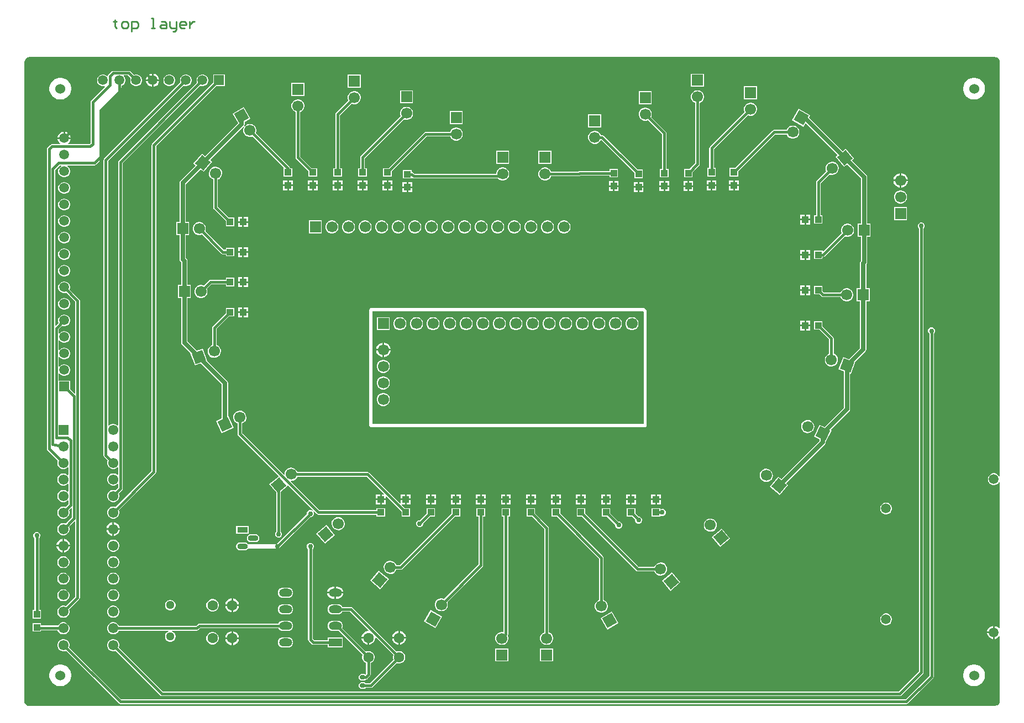
<source format=gtl>
G04*
G04 #@! TF.GenerationSoftware,Altium Limited,Altium Designer,21.2.1 (34)*
G04*
G04 Layer_Physical_Order=1*
G04 Layer_Color=255*
%FSLAX24Y24*%
%MOIN*%
G70*
G04*
G04 #@! TF.SameCoordinates,E21C5DDE-85CC-462C-932C-37DFDCE46009*
G04*
G04*
G04 #@! TF.FilePolarity,Positive*
G04*
G01*
G75*
%ADD10C,0.0100*%
%ADD17R,0.0394X0.0394*%
%ADD18R,0.0394X0.0394*%
%ADD48C,0.0150*%
%ADD49C,0.0250*%
%ADD50R,0.0630X0.0354*%
%ADD51O,0.0630X0.0354*%
%ADD52R,0.0591X0.0591*%
%ADD53C,0.0591*%
%ADD54R,0.0669X0.0669*%
%ADD55C,0.0669*%
%ADD56R,0.0591X0.0591*%
%ADD57O,0.0354X0.0276*%
%ADD58C,0.0630*%
%ADD59R,0.0669X0.0669*%
%ADD60P,0.0947X4X75.0*%
%ADD61P,0.0947X4X95.0*%
%ADD62P,0.0947X4X265.0*%
%ADD63P,0.0947X4X185.0*%
%ADD64C,0.0610*%
%ADD65R,0.0610X0.0610*%
%ADD66C,0.0512*%
%ADD67R,0.0800X0.0500*%
%ADD68O,0.0800X0.0500*%
%ADD69P,0.0947X4X155.0*%
%ADD70P,0.0947X4X160.0*%
%ADD71P,0.0947X4X175.0*%
%ADD72P,0.0947X4X195.0*%
%ADD73P,0.0947X4X290.0*%
%ADD74P,0.0947X4X295.0*%
%ADD75C,0.0600*%
%ADD76C,0.0300*%
G36*
X58642Y39257D02*
Y39257D01*
X58720Y39247D01*
X58793Y39217D01*
X58855Y39169D01*
X58903Y39106D01*
X58933Y39034D01*
X58943Y38956D01*
X58943Y38956D01*
X58943D01*
X58944Y38955D01*
X58935Y13940D01*
X58885Y13926D01*
X58855Y13979D01*
X58788Y14045D01*
X58707Y14092D01*
X58617Y14116D01*
X58524D01*
X58433Y14092D01*
X58352Y14045D01*
X58286Y13979D01*
X58239Y13898D01*
X58215Y13807D01*
Y13714D01*
X58239Y13623D01*
X58286Y13542D01*
X58352Y13476D01*
X58433Y13429D01*
X58524Y13405D01*
X58617D01*
X58707Y13429D01*
X58788Y13476D01*
X58855Y13542D01*
X58885Y13595D01*
X58935Y13581D01*
X58932Y4763D01*
X58931Y4763D01*
X58882Y4756D01*
X58813Y4825D01*
X58723Y4877D01*
X58622Y4904D01*
X58620D01*
Y4509D01*
Y4113D01*
X58622D01*
X58723Y4140D01*
X58813Y4192D01*
X58881Y4261D01*
X58931Y4253D01*
X58930Y374D01*
X58919Y329D01*
X58919Y329D01*
X58919Y281D01*
X58918Y276D01*
X58903Y241D01*
X58887Y204D01*
X58849Y154D01*
X58792Y110D01*
X58726Y83D01*
X58658Y74D01*
X58658Y74D01*
Y74D01*
X58657Y73D01*
X378Y71D01*
X377Y73D01*
Y73D01*
X377Y73D01*
X311Y81D01*
X243Y109D01*
X185Y154D01*
X141Y212D01*
X112Y280D01*
X108Y312D01*
X104Y360D01*
X104D01*
X102Y409D01*
X102Y38902D01*
X104Y38950D01*
X104D01*
X107Y38998D01*
X118Y39041D01*
X148Y39101D01*
X189Y39154D01*
X239Y39198D01*
X297Y39231D01*
X333Y39244D01*
X379Y39255D01*
D01*
X429Y39257D01*
X58642Y39257D01*
D02*
G37*
%LPC*%
G36*
X6398Y38428D02*
X5450D01*
X5397Y38417D01*
X5353Y38387D01*
X5353Y38387D01*
X5173Y38207D01*
X5143Y38163D01*
X5135Y38126D01*
X5097Y38109D01*
X5082Y38108D01*
X5056Y38134D01*
X4975Y38181D01*
X4885Y38205D01*
X4791D01*
X4701Y38181D01*
X4620Y38134D01*
X4554Y38068D01*
X4507Y37987D01*
X4483Y37897D01*
Y37803D01*
X4507Y37713D01*
X4554Y37632D01*
X4620Y37566D01*
X4701Y37519D01*
X4791Y37495D01*
X4885D01*
X4939Y37509D01*
X4965Y37464D01*
X4133Y36632D01*
X4103Y36588D01*
X4092Y36535D01*
Y34062D01*
X4018Y33988D01*
X2755D01*
X2750Y34006D01*
X2747Y34038D01*
X2816Y34107D01*
X2868Y34197D01*
X2895Y34298D01*
Y34300D01*
X2500D01*
X2105D01*
Y34298D01*
X2132Y34197D01*
X2184Y34107D01*
X2253Y34038D01*
X2250Y34006D01*
X2245Y33988D01*
X1750D01*
X1697Y33977D01*
X1653Y33947D01*
X1503Y33797D01*
X1473Y33753D01*
X1462Y33700D01*
Y15591D01*
X1473Y15539D01*
X1503Y15494D01*
X2112Y14885D01*
X2110Y14882D01*
X2085Y14789D01*
Y14693D01*
X2110Y14600D01*
X2158Y14517D01*
X2226Y14449D01*
X2309Y14401D01*
X2402Y14376D01*
X2498D01*
X2591Y14401D01*
X2674Y14449D01*
X2702Y14478D01*
X2752Y14457D01*
Y14027D01*
X2702Y14006D01*
X2674Y14034D01*
X2591Y14082D01*
X2498Y14107D01*
X2402D01*
X2309Y14082D01*
X2226Y14034D01*
X2158Y13966D01*
X2110Y13883D01*
X2085Y13790D01*
Y13694D01*
X2110Y13601D01*
X2158Y13518D01*
X2226Y13450D01*
X2309Y13402D01*
X2402Y13377D01*
X2498D01*
X2591Y13402D01*
X2674Y13450D01*
X2702Y13478D01*
X2752Y13458D01*
Y13028D01*
X2702Y13007D01*
X2674Y13035D01*
X2591Y13083D01*
X2498Y13108D01*
X2402D01*
X2309Y13083D01*
X2226Y13035D01*
X2158Y12967D01*
X2110Y12884D01*
X2085Y12791D01*
Y12695D01*
X2110Y12602D01*
X2158Y12519D01*
X2226Y12451D01*
X2309Y12403D01*
X2402Y12378D01*
X2498D01*
X2591Y12403D01*
X2674Y12451D01*
X2702Y12479D01*
X2752Y12459D01*
Y12241D01*
X2594Y12083D01*
X2591Y12084D01*
X2498Y12109D01*
X2402D01*
X2309Y12084D01*
X2226Y12036D01*
X2158Y11968D01*
X2110Y11885D01*
X2085Y11792D01*
Y11696D01*
X2110Y11603D01*
X2158Y11520D01*
X2226Y11452D01*
X2309Y11404D01*
X2402Y11379D01*
X2498D01*
X2591Y11404D01*
X2674Y11452D01*
X2742Y11520D01*
X2790Y11603D01*
X2815Y11696D01*
Y11792D01*
X2790Y11885D01*
X2788Y11888D01*
X2916Y12016D01*
X2962Y11997D01*
Y11452D01*
X2594Y11084D01*
X2591Y11085D01*
X2498Y11110D01*
X2402D01*
X2309Y11085D01*
X2226Y11037D01*
X2158Y10969D01*
X2110Y10886D01*
X2085Y10793D01*
Y10697D01*
X2110Y10604D01*
X2158Y10521D01*
X2226Y10453D01*
X2309Y10405D01*
X2402Y10380D01*
X2498D01*
X2591Y10405D01*
X2674Y10453D01*
X2742Y10521D01*
X2790Y10604D01*
X2815Y10697D01*
Y10793D01*
X2790Y10886D01*
X2788Y10889D01*
X3126Y11227D01*
X3172Y11208D01*
Y6667D01*
X2594Y6088D01*
X2591Y6090D01*
X2498Y6115D01*
X2402D01*
X2309Y6090D01*
X2226Y6042D01*
X2158Y5974D01*
X2110Y5891D01*
X2085Y5798D01*
Y5702D01*
X2110Y5609D01*
X2158Y5526D01*
X2226Y5458D01*
X2309Y5410D01*
X2402Y5385D01*
X2498D01*
X2591Y5410D01*
X2674Y5458D01*
X2742Y5526D01*
X2790Y5609D01*
X2815Y5702D01*
Y5798D01*
X2790Y5891D01*
X2788Y5894D01*
X3407Y6513D01*
X3407Y6513D01*
X3437Y6557D01*
X3448Y6610D01*
X3448Y6610D01*
Y24540D01*
X3437Y24593D01*
X3407Y24637D01*
X2831Y25213D01*
X2855Y25303D01*
Y25397D01*
X2831Y25487D01*
X2784Y25568D01*
X2718Y25634D01*
X2637Y25681D01*
X2547Y25705D01*
X2453D01*
X2363Y25681D01*
X2282Y25634D01*
X2216Y25568D01*
X2169Y25487D01*
X2145Y25397D01*
Y25303D01*
X2169Y25213D01*
X2216Y25132D01*
X2282Y25066D01*
X2363Y25019D01*
X2453Y24995D01*
X2547D01*
X2637Y25019D01*
X3172Y24483D01*
Y18938D01*
X3126Y18918D01*
X2855Y19189D01*
Y19705D01*
X2158D01*
Y20132D01*
X2208Y20146D01*
X2216Y20132D01*
X2282Y20066D01*
X2363Y20019D01*
X2453Y19995D01*
X2547D01*
X2637Y20019D01*
X2718Y20066D01*
X2784Y20132D01*
X2831Y20213D01*
X2855Y20303D01*
Y20397D01*
X2831Y20487D01*
X2784Y20568D01*
X2718Y20634D01*
X2637Y20681D01*
X2547Y20705D01*
X2453D01*
X2363Y20681D01*
X2282Y20634D01*
X2216Y20568D01*
X2208Y20554D01*
X2158Y20568D01*
Y21132D01*
X2208Y21146D01*
X2216Y21132D01*
X2282Y21066D01*
X2363Y21019D01*
X2453Y20995D01*
X2547D01*
X2637Y21019D01*
X2718Y21066D01*
X2784Y21132D01*
X2831Y21213D01*
X2855Y21303D01*
Y21397D01*
X2831Y21487D01*
X2784Y21568D01*
X2718Y21634D01*
X2637Y21681D01*
X2547Y21705D01*
X2453D01*
X2363Y21681D01*
X2282Y21634D01*
X2216Y21568D01*
X2208Y21554D01*
X2158Y21568D01*
Y22132D01*
X2208Y22146D01*
X2216Y22132D01*
X2282Y22066D01*
X2363Y22019D01*
X2453Y21995D01*
X2547D01*
X2637Y22019D01*
X2718Y22066D01*
X2784Y22132D01*
X2831Y22213D01*
X2855Y22303D01*
Y22397D01*
X2831Y22487D01*
X2784Y22568D01*
X2718Y22634D01*
X2637Y22681D01*
X2547Y22705D01*
X2453D01*
X2363Y22681D01*
X2282Y22634D01*
X2216Y22568D01*
X2208Y22554D01*
X2158Y22568D01*
Y22813D01*
X2363Y23019D01*
X2453Y22995D01*
X2547D01*
X2637Y23019D01*
X2718Y23066D01*
X2784Y23132D01*
X2831Y23213D01*
X2855Y23303D01*
Y23397D01*
X2831Y23487D01*
X2784Y23568D01*
X2718Y23634D01*
X2637Y23681D01*
X2547Y23705D01*
X2453D01*
X2363Y23681D01*
X2282Y23634D01*
X2216Y23568D01*
X2169Y23487D01*
X2145Y23397D01*
Y23303D01*
X2169Y23213D01*
X1994Y23038D01*
X1948Y23058D01*
Y32433D01*
X2227Y32712D01*
X2317D01*
X2330Y32662D01*
X2282Y32634D01*
X2216Y32568D01*
X2169Y32487D01*
X2145Y32397D01*
Y32303D01*
X2169Y32213D01*
X2216Y32132D01*
X2282Y32066D01*
X2363Y32019D01*
X2453Y31995D01*
X2547D01*
X2637Y32019D01*
X2718Y32066D01*
X2784Y32132D01*
X2831Y32213D01*
X2855Y32303D01*
Y32397D01*
X2831Y32487D01*
X2784Y32568D01*
X2718Y32634D01*
X2670Y32662D01*
X2683Y32712D01*
X4325D01*
X4378Y32723D01*
X4422Y32753D01*
X4587Y32918D01*
X4617Y32962D01*
X4628Y33015D01*
Y36066D01*
X5936Y37374D01*
X5936Y37374D01*
X5965Y37419D01*
X5976Y37471D01*
Y37519D01*
X6056Y37566D01*
X6122Y37632D01*
X6169Y37713D01*
X6193Y37803D01*
Y37897D01*
X6169Y37987D01*
X6122Y38068D01*
X6088Y38102D01*
X6109Y38152D01*
X6341D01*
X6507Y37987D01*
X6483Y37897D01*
Y37803D01*
X6507Y37713D01*
X6554Y37632D01*
X6620Y37566D01*
X6701Y37519D01*
X6791Y37495D01*
X6885D01*
X6975Y37519D01*
X7056Y37566D01*
X7122Y37632D01*
X7169Y37713D01*
X7193Y37803D01*
Y37897D01*
X7169Y37987D01*
X7122Y38068D01*
X7056Y38134D01*
X6975Y38181D01*
X6885Y38205D01*
X6791D01*
X6702Y38181D01*
X6496Y38387D01*
X6451Y38417D01*
X6398Y38428D01*
D02*
G37*
G36*
X7890Y38245D02*
X7888D01*
Y37900D01*
X8233D01*
Y37902D01*
X8207Y38003D01*
X8154Y38093D01*
X8081Y38166D01*
X7991Y38218D01*
X7890Y38245D01*
D02*
G37*
G36*
X7788D02*
X7786D01*
X7686Y38218D01*
X7595Y38166D01*
X7522Y38093D01*
X7470Y38003D01*
X7443Y37902D01*
Y37900D01*
X7788D01*
Y38245D01*
D02*
G37*
G36*
X10885Y38205D02*
X10791D01*
X10701Y38181D01*
X10620Y38134D01*
X10554Y38068D01*
X10507Y37987D01*
X10483Y37897D01*
Y37803D01*
X10507Y37713D01*
X5803Y33009D01*
X5773Y32964D01*
X5762Y32912D01*
Y17017D01*
X5712Y16997D01*
X5677Y17031D01*
X5594Y17080D01*
X5501Y17104D01*
X5405D01*
X5312Y17080D01*
X5229Y17031D01*
X5198Y17000D01*
X5148Y17021D01*
Y32965D01*
X9702Y37519D01*
X9791Y37495D01*
X9885D01*
X9975Y37519D01*
X10056Y37566D01*
X10122Y37632D01*
X10169Y37713D01*
X10193Y37803D01*
Y37897D01*
X10169Y37987D01*
X10122Y38068D01*
X10056Y38134D01*
X9975Y38181D01*
X9885Y38205D01*
X9791D01*
X9701Y38181D01*
X9620Y38134D01*
X9554Y38068D01*
X9507Y37987D01*
X9483Y37897D01*
Y37803D01*
X9507Y37713D01*
X4913Y33119D01*
X4883Y33075D01*
X4872Y33022D01*
Y15189D01*
X4883Y15136D01*
X4913Y15091D01*
X5119Y14885D01*
X5117Y14882D01*
X5092Y14789D01*
Y14693D01*
X5117Y14600D01*
X5165Y14517D01*
X5233Y14449D01*
X5316Y14401D01*
X5409Y14376D01*
X5505D01*
X5598Y14401D01*
X5681Y14449D01*
X5712Y14480D01*
X5762Y14460D01*
Y14024D01*
X5712Y14003D01*
X5681Y14034D01*
X5598Y14082D01*
X5505Y14107D01*
X5409D01*
X5316Y14082D01*
X5233Y14034D01*
X5165Y13966D01*
X5117Y13883D01*
X5092Y13790D01*
Y13694D01*
X5117Y13601D01*
X5165Y13518D01*
X5233Y13450D01*
X5316Y13402D01*
X5409Y13377D01*
X5505D01*
X5598Y13402D01*
X5681Y13450D01*
X5712Y13481D01*
X5762Y13461D01*
Y13243D01*
X5601Y13082D01*
X5598Y13083D01*
X5505Y13108D01*
X5409D01*
X5316Y13083D01*
X5233Y13035D01*
X5165Y12967D01*
X5117Y12884D01*
X5092Y12791D01*
Y12695D01*
X5117Y12602D01*
X5165Y12519D01*
X5233Y12451D01*
X5316Y12403D01*
X5409Y12378D01*
X5505D01*
X5598Y12403D01*
X5681Y12451D01*
X5749Y12519D01*
X5797Y12602D01*
X5822Y12695D01*
Y12791D01*
X5797Y12884D01*
X5796Y12887D01*
X5997Y13089D01*
X6027Y13133D01*
X6038Y13186D01*
X6038Y13186D01*
Y32855D01*
X10702Y37519D01*
X10791Y37495D01*
X10885D01*
X10975Y37519D01*
X11056Y37566D01*
X11122Y37632D01*
X11169Y37713D01*
X11193Y37803D01*
Y37897D01*
X11169Y37987D01*
X11122Y38068D01*
X11056Y38134D01*
X10975Y38181D01*
X10885Y38205D01*
D02*
G37*
G36*
X8885D02*
X8791D01*
X8701Y38181D01*
X8620Y38134D01*
X8554Y38068D01*
X8507Y37987D01*
X8483Y37897D01*
Y37803D01*
X8507Y37713D01*
X8554Y37632D01*
X8620Y37566D01*
X8701Y37519D01*
X8791Y37495D01*
X8885D01*
X8975Y37519D01*
X9056Y37566D01*
X9122Y37632D01*
X9169Y37713D01*
X9193Y37803D01*
Y37897D01*
X9169Y37987D01*
X9122Y38068D01*
X9056Y38134D01*
X8975Y38181D01*
X8885Y38205D01*
D02*
G37*
G36*
X41095Y38245D02*
X40305D01*
Y37455D01*
X41095D01*
Y38245D01*
D02*
G37*
G36*
X8233Y37800D02*
X7888D01*
Y37455D01*
X7890D01*
X7991Y37482D01*
X8081Y37534D01*
X8154Y37607D01*
X8207Y37697D01*
X8233Y37798D01*
Y37800D01*
D02*
G37*
G36*
X7788D02*
X7443D01*
Y37798D01*
X7470Y37697D01*
X7522Y37607D01*
X7595Y37534D01*
X7686Y37482D01*
X7786Y37455D01*
X7788D01*
Y37800D01*
D02*
G37*
G36*
X20395Y38195D02*
X19605D01*
Y37405D01*
X20395D01*
Y38195D01*
D02*
G37*
G36*
X16995Y37695D02*
X16205D01*
Y36905D01*
X16995D01*
Y37695D01*
D02*
G37*
G36*
X44295Y37495D02*
X43505D01*
Y36705D01*
X44295D01*
Y37495D01*
D02*
G37*
G36*
X57451Y37994D02*
X57322D01*
X57196Y37969D01*
X57076Y37919D01*
X56969Y37848D01*
X56878Y37757D01*
X56806Y37649D01*
X56757Y37530D01*
X56732Y37403D01*
Y37274D01*
X56757Y37148D01*
X56806Y37029D01*
X56878Y36921D01*
X56969Y36830D01*
X57076Y36759D01*
X57196Y36709D01*
X57322Y36684D01*
X57451D01*
X57578Y36709D01*
X57697Y36759D01*
X57804Y36830D01*
X57895Y36921D01*
X57967Y37029D01*
X58016Y37148D01*
X58042Y37274D01*
Y37403D01*
X58016Y37530D01*
X57967Y37649D01*
X57895Y37757D01*
X57804Y37848D01*
X57697Y37919D01*
X57578Y37969D01*
X57451Y37994D01*
D02*
G37*
G36*
X2333D02*
X2204D01*
X2077Y37969D01*
X1958Y37919D01*
X1851Y37848D01*
X1760Y37757D01*
X1688Y37649D01*
X1639Y37530D01*
X1613Y37403D01*
Y37274D01*
X1639Y37148D01*
X1688Y37029D01*
X1760Y36921D01*
X1851Y36830D01*
X1958Y36759D01*
X2077Y36709D01*
X2204Y36684D01*
X2333D01*
X2460Y36709D01*
X2579Y36759D01*
X2686Y36830D01*
X2777Y36921D01*
X2849Y37029D01*
X2898Y37148D01*
X2923Y37274D01*
Y37403D01*
X2898Y37530D01*
X2849Y37649D01*
X2777Y37757D01*
X2686Y37848D01*
X2579Y37919D01*
X2460Y37969D01*
X2333Y37994D01*
D02*
G37*
G36*
X23545Y37245D02*
X22755D01*
Y36455D01*
X23545D01*
Y37245D01*
D02*
G37*
G36*
X37945Y37195D02*
X37155D01*
Y36405D01*
X37945D01*
Y37195D01*
D02*
G37*
G36*
X20052D02*
X19948D01*
X19848Y37168D01*
X19758Y37116D01*
X19684Y37042D01*
X19632Y36952D01*
X19605Y36852D01*
Y36748D01*
X19632Y36648D01*
X19640Y36635D01*
X18903Y35897D01*
X18873Y35853D01*
X18862Y35800D01*
Y32544D01*
X18743D01*
Y32031D01*
X19257D01*
Y32544D01*
X19138D01*
Y35743D01*
X19835Y36440D01*
X19848Y36432D01*
X19948Y36405D01*
X20052D01*
X20152Y36432D01*
X20242Y36484D01*
X20316Y36558D01*
X20368Y36648D01*
X20395Y36748D01*
Y36852D01*
X20368Y36952D01*
X20316Y37042D01*
X20242Y37116D01*
X20152Y37168D01*
X20052Y37195D01*
D02*
G37*
G36*
X43952Y36495D02*
X43848D01*
X43748Y36468D01*
X43658Y36416D01*
X43584Y36342D01*
X43532Y36252D01*
X43505Y36152D01*
Y36048D01*
X43532Y35948D01*
X43540Y35935D01*
X41453Y33847D01*
X41423Y33803D01*
X41412Y33750D01*
Y32551D01*
X41293D01*
Y32037D01*
X41807D01*
Y32551D01*
X41688D01*
Y33693D01*
X43735Y35740D01*
X43748Y35732D01*
X43848Y35705D01*
X43952D01*
X44052Y35732D01*
X44142Y35784D01*
X44216Y35858D01*
X44268Y35948D01*
X44295Y36048D01*
Y36152D01*
X44268Y36252D01*
X44216Y36342D01*
X44142Y36416D01*
X44052Y36468D01*
X43952Y36495D01*
D02*
G37*
G36*
X23202Y36245D02*
X23098D01*
X22998Y36218D01*
X22908Y36166D01*
X22834Y36092D01*
X22782Y36002D01*
X22755Y35902D01*
Y35798D01*
X22782Y35698D01*
X22790Y35685D01*
X20403Y33297D01*
X20373Y33253D01*
X20362Y33200D01*
Y32544D01*
X20243D01*
Y32031D01*
X20757D01*
Y32544D01*
X20638D01*
Y33143D01*
X22985Y35490D01*
X22998Y35482D01*
X23098Y35455D01*
X23202D01*
X23302Y35482D01*
X23392Y35534D01*
X23466Y35608D01*
X23518Y35698D01*
X23545Y35798D01*
Y35902D01*
X23518Y36002D01*
X23466Y36092D01*
X23392Y36166D01*
X23302Y36218D01*
X23202Y36245D01*
D02*
G37*
G36*
X26545Y35995D02*
X25755D01*
Y35205D01*
X26545D01*
Y35995D01*
D02*
G37*
G36*
X34895Y35795D02*
X34105D01*
Y35005D01*
X34895D01*
Y35795D01*
D02*
G37*
G36*
X2552Y34745D02*
X2550D01*
Y34400D01*
X2895D01*
Y34402D01*
X2868Y34503D01*
X2816Y34593D01*
X2743Y34666D01*
X2653Y34718D01*
X2552Y34745D01*
D02*
G37*
G36*
X2450D02*
X2448D01*
X2347Y34718D01*
X2257Y34666D01*
X2184Y34593D01*
X2132Y34503D01*
X2105Y34402D01*
Y34400D01*
X2450D01*
Y34745D01*
D02*
G37*
G36*
X46502Y35112D02*
X46398D01*
X46298Y35085D01*
X46208Y35033D01*
X46134Y34959D01*
X46082Y34869D01*
X46078Y34855D01*
X45323D01*
X45271Y34844D01*
X45226Y34814D01*
X45226Y34814D01*
X42962Y32551D01*
X42643D01*
Y32037D01*
X43157D01*
Y32356D01*
X45380Y34579D01*
X46078D01*
X46082Y34565D01*
X46134Y34475D01*
X46208Y34401D01*
X46298Y34349D01*
X46398Y34322D01*
X46502D01*
X46602Y34349D01*
X46692Y34401D01*
X46766Y34475D01*
X46818Y34565D01*
X46845Y34665D01*
Y34769D01*
X46818Y34869D01*
X46766Y34959D01*
X46692Y35033D01*
X46602Y35085D01*
X46502Y35112D01*
D02*
G37*
G36*
X26202Y34995D02*
X26098D01*
X25998Y34968D01*
X25908Y34916D01*
X25834Y34842D01*
X25782Y34752D01*
X25778Y34738D01*
X24313D01*
X24260Y34727D01*
X24215Y34697D01*
X22062Y32544D01*
X21743D01*
Y32031D01*
X22257D01*
Y32350D01*
X24370Y34462D01*
X25778D01*
X25782Y34448D01*
X25834Y34358D01*
X25908Y34284D01*
X25998Y34232D01*
X26098Y34205D01*
X26202D01*
X26302Y34232D01*
X26392Y34284D01*
X26466Y34358D01*
X26518Y34448D01*
X26545Y34548D01*
Y34652D01*
X26518Y34752D01*
X26466Y34842D01*
X26392Y34916D01*
X26302Y34968D01*
X26202Y34995D01*
D02*
G37*
G36*
X31895Y33588D02*
X31105D01*
Y32799D01*
X31895D01*
Y33588D01*
D02*
G37*
G36*
X29345D02*
X28555D01*
Y32799D01*
X29345D01*
Y33588D01*
D02*
G37*
G36*
X29002Y32588D02*
X28898D01*
X28798Y32561D01*
X28708Y32509D01*
X28634Y32436D01*
X28582Y32346D01*
X28555Y32246D01*
Y32208D01*
X23647D01*
X23577Y32277D01*
X23533Y32307D01*
X23480Y32318D01*
X23457D01*
Y32437D01*
X22943D01*
Y31923D01*
X23457D01*
Y31941D01*
X23461Y31945D01*
X23507Y31963D01*
X23537Y31943D01*
X23590Y31932D01*
X28653D01*
X28708Y31878D01*
X28798Y31826D01*
X28898Y31799D01*
X29002D01*
X29102Y31826D01*
X29192Y31878D01*
X29266Y31951D01*
X29318Y32041D01*
X29345Y32142D01*
Y32246D01*
X29318Y32346D01*
X29266Y32436D01*
X29192Y32509D01*
X29102Y32561D01*
X29002Y32588D01*
D02*
G37*
G36*
X48800Y32926D02*
X48697Y32908D01*
X48603Y32864D01*
X48524Y32798D01*
X48464Y32712D01*
X48428Y32615D01*
X48419Y32511D01*
X48437Y32409D01*
X48458Y32364D01*
X47890Y31796D01*
X47860Y31752D01*
X47850Y31699D01*
Y29701D01*
X47731D01*
Y29187D01*
X48244D01*
Y29701D01*
X48125D01*
Y31642D01*
X48652Y32169D01*
X48731Y32140D01*
X48834Y32131D01*
X48937Y32149D01*
X49031Y32193D01*
X49110Y32260D01*
X49170Y32345D01*
X49206Y32442D01*
X49215Y32546D01*
X49197Y32648D01*
X49153Y32742D01*
X49086Y32822D01*
X49001Y32882D01*
X48903Y32917D01*
X48800Y32926D01*
D02*
G37*
G36*
X16652Y36695D02*
X16548D01*
X16448Y36668D01*
X16358Y36616D01*
X16284Y36542D01*
X16232Y36452D01*
X16205Y36352D01*
Y36248D01*
X16232Y36148D01*
X16284Y36058D01*
X16358Y35984D01*
X16448Y35932D01*
X16462Y35928D01*
Y33187D01*
X16473Y33135D01*
X16503Y33090D01*
X17243Y32350D01*
Y32031D01*
X17757D01*
Y32544D01*
X17438D01*
X16738Y33244D01*
Y35928D01*
X16752Y35932D01*
X16842Y35984D01*
X16916Y36058D01*
X16968Y36148D01*
X16995Y36248D01*
Y36352D01*
X16968Y36452D01*
X16916Y36542D01*
X16842Y36616D01*
X16752Y36668D01*
X16652Y36695D01*
D02*
G37*
G36*
X13344Y36222D02*
X12661Y35827D01*
X12989Y35260D01*
X11002Y33273D01*
X10818Y33427D01*
X10311Y32823D01*
X10413Y32737D01*
X10416Y32687D01*
X9517Y31788D01*
X9476Y31727D01*
X9461Y31654D01*
Y29288D01*
X9255D01*
Y28499D01*
X9461D01*
Y27040D01*
X9476Y26968D01*
X9517Y26907D01*
X9561Y26862D01*
Y25488D01*
X9355D01*
Y24699D01*
X9561D01*
Y22010D01*
X9576Y21937D01*
X9617Y21876D01*
X10115Y21378D01*
X10114Y21376D01*
X10114Y21376D01*
X10384Y20634D01*
X10732Y20761D01*
X12005Y19488D01*
Y17419D01*
X11669Y17262D01*
X12003Y16547D01*
X12718Y16880D01*
X12385Y17596D01*
X12385D01*
X12382Y17597D01*
Y19566D01*
X12368Y19638D01*
X12327Y19699D01*
X11125Y20901D01*
X11126Y20904D01*
X11126Y20904D01*
X10856Y21646D01*
X10508Y21519D01*
X9939Y22088D01*
Y24699D01*
X10145D01*
Y25488D01*
X9939D01*
Y26940D01*
X9924Y27012D01*
X9883Y27073D01*
X9839Y27118D01*
Y28499D01*
X10045D01*
Y29288D01*
X9839D01*
Y31576D01*
X10732Y32470D01*
X10916Y32315D01*
X11423Y32920D01*
X11321Y33006D01*
X11318Y33056D01*
X13319Y35056D01*
X13333Y35071D01*
X13375Y35043D01*
X13363Y35023D01*
X13332Y34969D01*
X13305Y34869D01*
Y34765D01*
X13332Y34665D01*
X13384Y34575D01*
X13458Y34501D01*
X13548Y34449D01*
X13648Y34422D01*
X13752D01*
X13852Y34449D01*
X13865Y34457D01*
X15731Y32592D01*
X15743Y32544D01*
X15743D01*
X15743Y32544D01*
Y32031D01*
X16257D01*
Y32544D01*
X16132D01*
X16127Y32570D01*
X16097Y32614D01*
X14060Y34651D01*
X14068Y34665D01*
X14095Y34765D01*
Y34869D01*
X14068Y34969D01*
X14016Y35059D01*
X13942Y35133D01*
X13852Y35185D01*
X13752Y35212D01*
X13648D01*
X13548Y35185D01*
X13458Y35133D01*
X13406Y35081D01*
X13389Y35064D01*
X13350Y35096D01*
X13374Y35132D01*
X13389Y35204D01*
Y35336D01*
X13739Y35539D01*
X13344Y36222D01*
D02*
G37*
G36*
X40752Y37245D02*
X40648D01*
X40548Y37218D01*
X40458Y37166D01*
X40384Y37092D01*
X40332Y37002D01*
X40305Y36902D01*
Y36798D01*
X40332Y36698D01*
X40384Y36608D01*
X40458Y36534D01*
X40548Y36482D01*
X40562Y36478D01*
Y32851D01*
X40212Y32501D01*
X39893D01*
Y31987D01*
X40407D01*
Y32306D01*
X40797Y32696D01*
X40797Y32696D01*
X40827Y32741D01*
X40838Y32794D01*
Y36478D01*
X40852Y36482D01*
X40942Y36534D01*
X41016Y36608D01*
X41068Y36698D01*
X41095Y36798D01*
Y36902D01*
X41068Y37002D01*
X41016Y37092D01*
X40942Y37166D01*
X40852Y37218D01*
X40752Y37245D01*
D02*
G37*
G36*
X37602Y36195D02*
X37498D01*
X37398Y36168D01*
X37308Y36116D01*
X37234Y36042D01*
X37182Y35952D01*
X37155Y35852D01*
Y35748D01*
X37182Y35648D01*
X37234Y35558D01*
X37308Y35484D01*
X37398Y35432D01*
X37498Y35405D01*
X37602D01*
X37702Y35432D01*
X37715Y35440D01*
X38562Y34593D01*
Y32501D01*
X38443D01*
Y31987D01*
X38957D01*
Y32501D01*
X38838D01*
Y34650D01*
X38838Y34650D01*
X38827Y34703D01*
X38797Y34747D01*
X38797Y34747D01*
X37910Y35635D01*
X37918Y35648D01*
X37945Y35748D01*
Y35852D01*
X37918Y35952D01*
X37866Y36042D01*
X37792Y36116D01*
X37702Y36168D01*
X37602Y36195D01*
D02*
G37*
G36*
X31552Y32588D02*
X31448D01*
X31348Y32561D01*
X31258Y32509D01*
X31184Y32436D01*
X31132Y32346D01*
X31105Y32246D01*
Y32142D01*
X31132Y32041D01*
X31184Y31951D01*
X31258Y31878D01*
X31348Y31826D01*
X31448Y31799D01*
X31552D01*
X31652Y31826D01*
X31742Y31878D01*
X31816Y31951D01*
X31868Y32041D01*
X31872Y32056D01*
X33550D01*
X33603Y32067D01*
X33647Y32096D01*
X33657Y32106D01*
X35393D01*
Y31987D01*
X35907D01*
Y32501D01*
X35393D01*
Y32381D01*
X33600D01*
X33600Y32381D01*
X33547Y32371D01*
X33503Y32341D01*
X33503Y32341D01*
X33493Y32331D01*
X31872D01*
X31868Y32346D01*
X31816Y32436D01*
X31742Y32509D01*
X31652Y32561D01*
X31552Y32588D01*
D02*
G37*
G36*
X34552Y34795D02*
X34448D01*
X34348Y34768D01*
X34258Y34716D01*
X34184Y34642D01*
X34132Y34552D01*
X34105Y34452D01*
Y34348D01*
X34132Y34248D01*
X34184Y34158D01*
X34258Y34084D01*
X34348Y34032D01*
X34448Y34005D01*
X34552D01*
X34652Y34032D01*
X34742Y34084D01*
X34816Y34158D01*
X34854Y34224D01*
X34909Y34235D01*
X34915Y34234D01*
X36893Y32256D01*
Y31937D01*
X37407D01*
Y32451D01*
X37088D01*
X35041Y34497D01*
X34996Y34527D01*
X34944Y34538D01*
X34872D01*
X34868Y34552D01*
X34816Y34642D01*
X34742Y34716D01*
X34652Y34768D01*
X34552Y34795D01*
D02*
G37*
G36*
X53007Y32235D02*
X53000D01*
Y31850D01*
X53385D01*
Y31857D01*
X53355Y31968D01*
X53298Y32067D01*
X53217Y32148D01*
X53118Y32205D01*
X53007Y32235D01*
D02*
G37*
G36*
X52900D02*
X52893D01*
X52782Y32205D01*
X52683Y32148D01*
X52602Y32067D01*
X52545Y31968D01*
X52515Y31857D01*
Y31850D01*
X52900D01*
Y32235D01*
D02*
G37*
G36*
X43197Y31803D02*
X42950D01*
Y31556D01*
X43197D01*
Y31803D01*
D02*
G37*
G36*
X41847D02*
X41600D01*
Y31556D01*
X41847D01*
Y31803D01*
D02*
G37*
G36*
X42850D02*
X42603D01*
Y31556D01*
X42850D01*
Y31803D01*
D02*
G37*
G36*
X41500D02*
X41253D01*
Y31556D01*
X41500D01*
Y31803D01*
D02*
G37*
G36*
X22297Y31797D02*
X22050D01*
Y31550D01*
X22297D01*
Y31797D01*
D02*
G37*
G36*
X20797D02*
X20550D01*
Y31550D01*
X20797D01*
Y31797D01*
D02*
G37*
G36*
X19297D02*
X19050D01*
Y31550D01*
X19297D01*
Y31797D01*
D02*
G37*
G36*
X17797D02*
X17550D01*
Y31550D01*
X17797D01*
Y31797D01*
D02*
G37*
G36*
X16297D02*
X16050D01*
Y31550D01*
X16297D01*
Y31797D01*
D02*
G37*
G36*
X21950D02*
X21703D01*
Y31550D01*
X21950D01*
Y31797D01*
D02*
G37*
G36*
X20450D02*
X20203D01*
Y31550D01*
X20450D01*
Y31797D01*
D02*
G37*
G36*
X18950D02*
X18703D01*
Y31550D01*
X18950D01*
Y31797D01*
D02*
G37*
G36*
X17450D02*
X17203D01*
Y31550D01*
X17450D01*
Y31797D01*
D02*
G37*
G36*
X15950D02*
X15703D01*
Y31550D01*
X15950D01*
Y31797D01*
D02*
G37*
G36*
X40447Y31753D02*
X40200D01*
Y31506D01*
X40447D01*
Y31753D01*
D02*
G37*
G36*
X38997D02*
X38750D01*
Y31506D01*
X38997D01*
Y31753D01*
D02*
G37*
G36*
X35947D02*
X35700D01*
Y31506D01*
X35947D01*
Y31753D01*
D02*
G37*
G36*
X40100D02*
X39853D01*
Y31506D01*
X40100D01*
Y31753D01*
D02*
G37*
G36*
X38650D02*
X38403D01*
Y31506D01*
X38650D01*
Y31753D01*
D02*
G37*
G36*
X35600D02*
X35353D01*
Y31506D01*
X35600D01*
Y31753D01*
D02*
G37*
G36*
X37447Y31703D02*
X37200D01*
Y31456D01*
X37447D01*
Y31703D01*
D02*
G37*
G36*
X37100D02*
X36853D01*
Y31456D01*
X37100D01*
Y31703D01*
D02*
G37*
G36*
X23497Y31689D02*
X23250D01*
Y31443D01*
X23497D01*
Y31689D01*
D02*
G37*
G36*
X23150D02*
X22903D01*
Y31443D01*
X23150D01*
Y31689D01*
D02*
G37*
G36*
X53385Y31750D02*
X53000D01*
Y31365D01*
X53007D01*
X53118Y31395D01*
X53217Y31452D01*
X53298Y31533D01*
X53355Y31632D01*
X53385Y31743D01*
Y31750D01*
D02*
G37*
G36*
X52900D02*
X52515D01*
Y31743D01*
X52545Y31632D01*
X52602Y31533D01*
X52683Y31452D01*
X52782Y31395D01*
X52893Y31365D01*
X52900D01*
Y31750D01*
D02*
G37*
G36*
X43197Y31456D02*
X42950D01*
Y31209D01*
X43197D01*
Y31456D01*
D02*
G37*
G36*
X42850D02*
X42603D01*
Y31209D01*
X42850D01*
Y31456D01*
D02*
G37*
G36*
X41847D02*
X41600D01*
Y31209D01*
X41847D01*
Y31456D01*
D02*
G37*
G36*
X41500D02*
X41253D01*
Y31209D01*
X41500D01*
Y31456D01*
D02*
G37*
G36*
X22297Y31450D02*
X22050D01*
Y31203D01*
X22297D01*
Y31450D01*
D02*
G37*
G36*
X21950D02*
X21703D01*
Y31203D01*
X21950D01*
Y31450D01*
D02*
G37*
G36*
X20797D02*
X20550D01*
Y31203D01*
X20797D01*
Y31450D01*
D02*
G37*
G36*
X20450D02*
X20203D01*
Y31203D01*
X20450D01*
Y31450D01*
D02*
G37*
G36*
X19297D02*
X19050D01*
Y31203D01*
X19297D01*
Y31450D01*
D02*
G37*
G36*
X18950D02*
X18703D01*
Y31203D01*
X18950D01*
Y31450D01*
D02*
G37*
G36*
X17797D02*
X17550D01*
Y31203D01*
X17797D01*
Y31450D01*
D02*
G37*
G36*
X17450D02*
X17203D01*
Y31203D01*
X17450D01*
Y31450D01*
D02*
G37*
G36*
X16297D02*
X16050D01*
Y31203D01*
X16297D01*
Y31450D01*
D02*
G37*
G36*
X15950D02*
X15703D01*
Y31203D01*
X15950D01*
Y31450D01*
D02*
G37*
G36*
X40447Y31406D02*
X40200D01*
Y31159D01*
X40447D01*
Y31406D01*
D02*
G37*
G36*
X40100D02*
X39853D01*
Y31159D01*
X40100D01*
Y31406D01*
D02*
G37*
G36*
X38997D02*
X38750D01*
Y31159D01*
X38997D01*
Y31406D01*
D02*
G37*
G36*
X38650D02*
X38403D01*
Y31159D01*
X38650D01*
Y31406D01*
D02*
G37*
G36*
X35947D02*
X35700D01*
Y31159D01*
X35947D01*
Y31406D01*
D02*
G37*
G36*
X35600D02*
X35353D01*
Y31159D01*
X35600D01*
Y31406D01*
D02*
G37*
G36*
X37447Y31356D02*
X37200D01*
Y31109D01*
X37447D01*
Y31356D01*
D02*
G37*
G36*
X37100D02*
X36853D01*
Y31109D01*
X37100D01*
Y31356D01*
D02*
G37*
G36*
X23497Y31343D02*
X23250D01*
Y31096D01*
X23497D01*
Y31343D01*
D02*
G37*
G36*
X23150D02*
X22903D01*
Y31096D01*
X23150D01*
Y31343D01*
D02*
G37*
G36*
X2547Y31705D02*
X2453D01*
X2363Y31681D01*
X2282Y31634D01*
X2216Y31568D01*
X2169Y31487D01*
X2145Y31397D01*
Y31303D01*
X2169Y31213D01*
X2216Y31132D01*
X2282Y31066D01*
X2363Y31019D01*
X2453Y30995D01*
X2547D01*
X2637Y31019D01*
X2718Y31066D01*
X2784Y31132D01*
X2831Y31213D01*
X2855Y31303D01*
Y31397D01*
X2831Y31487D01*
X2784Y31568D01*
X2718Y31634D01*
X2637Y31681D01*
X2547Y31705D01*
D02*
G37*
G36*
X53002Y31195D02*
X52898D01*
X52798Y31168D01*
X52708Y31116D01*
X52634Y31042D01*
X52582Y30952D01*
X52555Y30852D01*
Y30748D01*
X52582Y30648D01*
X52634Y30558D01*
X52708Y30484D01*
X52798Y30432D01*
X52898Y30405D01*
X53002D01*
X53102Y30432D01*
X53192Y30484D01*
X53266Y30558D01*
X53318Y30648D01*
X53345Y30748D01*
Y30852D01*
X53318Y30952D01*
X53266Y31042D01*
X53192Y31116D01*
X53102Y31168D01*
X53002Y31195D01*
D02*
G37*
G36*
X2547Y30705D02*
X2453D01*
X2363Y30681D01*
X2282Y30634D01*
X2216Y30568D01*
X2169Y30487D01*
X2145Y30397D01*
Y30303D01*
X2169Y30213D01*
X2216Y30132D01*
X2282Y30066D01*
X2363Y30019D01*
X2453Y29995D01*
X2547D01*
X2637Y30019D01*
X2718Y30066D01*
X2784Y30132D01*
X2831Y30213D01*
X2855Y30303D01*
Y30397D01*
X2831Y30487D01*
X2784Y30568D01*
X2718Y30634D01*
X2637Y30681D01*
X2547Y30705D01*
D02*
G37*
G36*
X47497Y29741D02*
X47250D01*
Y29494D01*
X47497D01*
Y29741D01*
D02*
G37*
G36*
X47150D02*
X46903D01*
Y29494D01*
X47150D01*
Y29741D01*
D02*
G37*
G36*
X53345Y30195D02*
X52555D01*
Y29405D01*
X53345D01*
Y30195D01*
D02*
G37*
G36*
X13591Y29591D02*
X13344D01*
Y29344D01*
X13591D01*
Y29591D01*
D02*
G37*
G36*
X13244D02*
X12997D01*
Y29344D01*
X13244D01*
Y29591D01*
D02*
G37*
G36*
X47497Y29394D02*
X47250D01*
Y29147D01*
X47497D01*
Y29394D01*
D02*
G37*
G36*
X47150D02*
X46903D01*
Y29147D01*
X47150D01*
Y29394D01*
D02*
G37*
G36*
X11650Y32626D02*
X11547Y32617D01*
X11449Y32582D01*
X11364Y32522D01*
X11297Y32442D01*
X11253Y32348D01*
X11235Y32246D01*
X11244Y32142D01*
X11280Y32045D01*
X11340Y31960D01*
X11419Y31893D01*
X11495Y31857D01*
Y30167D01*
X11506Y30114D01*
X11536Y30070D01*
X12249Y29356D01*
Y29037D01*
X12763D01*
Y29551D01*
X12444D01*
X11771Y30224D01*
Y31859D01*
X11817Y31876D01*
X11902Y31935D01*
X11969Y32015D01*
X12013Y32109D01*
X12031Y32211D01*
X12022Y32315D01*
X11986Y32412D01*
X11926Y32498D01*
X11847Y32564D01*
X11753Y32608D01*
X11650Y32626D01*
D02*
G37*
G36*
X13591Y29244D02*
X13344D01*
Y28997D01*
X13591D01*
Y29244D01*
D02*
G37*
G36*
X13244D02*
X12997D01*
Y28997D01*
X13244D01*
Y29244D01*
D02*
G37*
G36*
X2547Y29705D02*
X2453D01*
X2363Y29681D01*
X2282Y29634D01*
X2216Y29568D01*
X2169Y29487D01*
X2145Y29397D01*
Y29303D01*
X2169Y29213D01*
X2216Y29132D01*
X2282Y29066D01*
X2363Y29019D01*
X2453Y28995D01*
X2547D01*
X2637Y29019D01*
X2718Y29066D01*
X2784Y29132D01*
X2831Y29213D01*
X2855Y29303D01*
Y29397D01*
X2831Y29487D01*
X2784Y29568D01*
X2718Y29634D01*
X2637Y29681D01*
X2547Y29705D01*
D02*
G37*
G36*
X32702Y29388D02*
X32598D01*
X32498Y29361D01*
X32408Y29309D01*
X32334Y29236D01*
X32282Y29146D01*
X32255Y29046D01*
Y28942D01*
X32282Y28841D01*
X32334Y28751D01*
X32408Y28678D01*
X32498Y28626D01*
X32598Y28599D01*
X32702D01*
X32802Y28626D01*
X32892Y28678D01*
X32966Y28751D01*
X33018Y28841D01*
X33045Y28942D01*
Y29046D01*
X33018Y29146D01*
X32966Y29236D01*
X32892Y29309D01*
X32802Y29361D01*
X32702Y29388D01*
D02*
G37*
G36*
X31702D02*
X31598D01*
X31498Y29361D01*
X31408Y29309D01*
X31334Y29236D01*
X31282Y29146D01*
X31255Y29046D01*
Y28942D01*
X31282Y28841D01*
X31334Y28751D01*
X31408Y28678D01*
X31498Y28626D01*
X31598Y28599D01*
X31702D01*
X31802Y28626D01*
X31892Y28678D01*
X31966Y28751D01*
X32018Y28841D01*
X32045Y28942D01*
Y29046D01*
X32018Y29146D01*
X31966Y29236D01*
X31892Y29309D01*
X31802Y29361D01*
X31702Y29388D01*
D02*
G37*
G36*
X30702D02*
X30598D01*
X30498Y29361D01*
X30408Y29309D01*
X30334Y29236D01*
X30282Y29146D01*
X30255Y29046D01*
Y28942D01*
X30282Y28841D01*
X30334Y28751D01*
X30408Y28678D01*
X30498Y28626D01*
X30598Y28599D01*
X30702D01*
X30802Y28626D01*
X30892Y28678D01*
X30966Y28751D01*
X31018Y28841D01*
X31045Y28942D01*
Y29046D01*
X31018Y29146D01*
X30966Y29236D01*
X30892Y29309D01*
X30802Y29361D01*
X30702Y29388D01*
D02*
G37*
G36*
X29702D02*
X29598D01*
X29498Y29361D01*
X29408Y29309D01*
X29334Y29236D01*
X29282Y29146D01*
X29255Y29046D01*
Y28942D01*
X29282Y28841D01*
X29334Y28751D01*
X29408Y28678D01*
X29498Y28626D01*
X29598Y28599D01*
X29702D01*
X29802Y28626D01*
X29892Y28678D01*
X29966Y28751D01*
X30018Y28841D01*
X30045Y28942D01*
Y29046D01*
X30018Y29146D01*
X29966Y29236D01*
X29892Y29309D01*
X29802Y29361D01*
X29702Y29388D01*
D02*
G37*
G36*
X28702D02*
X28598D01*
X28498Y29361D01*
X28408Y29309D01*
X28334Y29236D01*
X28282Y29146D01*
X28255Y29046D01*
Y28942D01*
X28282Y28841D01*
X28334Y28751D01*
X28408Y28678D01*
X28498Y28626D01*
X28598Y28599D01*
X28702D01*
X28802Y28626D01*
X28892Y28678D01*
X28966Y28751D01*
X29018Y28841D01*
X29045Y28942D01*
Y29046D01*
X29018Y29146D01*
X28966Y29236D01*
X28892Y29309D01*
X28802Y29361D01*
X28702Y29388D01*
D02*
G37*
G36*
X27702D02*
X27598D01*
X27498Y29361D01*
X27408Y29309D01*
X27334Y29236D01*
X27282Y29146D01*
X27255Y29046D01*
Y28942D01*
X27282Y28841D01*
X27334Y28751D01*
X27408Y28678D01*
X27498Y28626D01*
X27598Y28599D01*
X27702D01*
X27802Y28626D01*
X27892Y28678D01*
X27966Y28751D01*
X28018Y28841D01*
X28045Y28942D01*
Y29046D01*
X28018Y29146D01*
X27966Y29236D01*
X27892Y29309D01*
X27802Y29361D01*
X27702Y29388D01*
D02*
G37*
G36*
X26702D02*
X26598D01*
X26498Y29361D01*
X26408Y29309D01*
X26334Y29236D01*
X26282Y29146D01*
X26255Y29046D01*
Y28942D01*
X26282Y28841D01*
X26334Y28751D01*
X26408Y28678D01*
X26498Y28626D01*
X26598Y28599D01*
X26702D01*
X26802Y28626D01*
X26892Y28678D01*
X26966Y28751D01*
X27018Y28841D01*
X27045Y28942D01*
Y29046D01*
X27018Y29146D01*
X26966Y29236D01*
X26892Y29309D01*
X26802Y29361D01*
X26702Y29388D01*
D02*
G37*
G36*
X25702D02*
X25598D01*
X25498Y29361D01*
X25408Y29309D01*
X25334Y29236D01*
X25282Y29146D01*
X25255Y29046D01*
Y28942D01*
X25282Y28841D01*
X25334Y28751D01*
X25408Y28678D01*
X25498Y28626D01*
X25598Y28599D01*
X25702D01*
X25802Y28626D01*
X25892Y28678D01*
X25966Y28751D01*
X26018Y28841D01*
X26045Y28942D01*
Y29046D01*
X26018Y29146D01*
X25966Y29236D01*
X25892Y29309D01*
X25802Y29361D01*
X25702Y29388D01*
D02*
G37*
G36*
X24702D02*
X24598D01*
X24498Y29361D01*
X24408Y29309D01*
X24334Y29236D01*
X24282Y29146D01*
X24255Y29046D01*
Y28942D01*
X24282Y28841D01*
X24334Y28751D01*
X24408Y28678D01*
X24498Y28626D01*
X24598Y28599D01*
X24702D01*
X24802Y28626D01*
X24892Y28678D01*
X24966Y28751D01*
X25018Y28841D01*
X25045Y28942D01*
Y29046D01*
X25018Y29146D01*
X24966Y29236D01*
X24892Y29309D01*
X24802Y29361D01*
X24702Y29388D01*
D02*
G37*
G36*
X23702D02*
X23598D01*
X23498Y29361D01*
X23408Y29309D01*
X23334Y29236D01*
X23282Y29146D01*
X23255Y29046D01*
Y28942D01*
X23282Y28841D01*
X23334Y28751D01*
X23408Y28678D01*
X23498Y28626D01*
X23598Y28599D01*
X23702D01*
X23802Y28626D01*
X23892Y28678D01*
X23966Y28751D01*
X24018Y28841D01*
X24045Y28942D01*
Y29046D01*
X24018Y29146D01*
X23966Y29236D01*
X23892Y29309D01*
X23802Y29361D01*
X23702Y29388D01*
D02*
G37*
G36*
X22702D02*
X22598D01*
X22498Y29361D01*
X22408Y29309D01*
X22334Y29236D01*
X22282Y29146D01*
X22255Y29046D01*
Y28942D01*
X22282Y28841D01*
X22334Y28751D01*
X22408Y28678D01*
X22498Y28626D01*
X22598Y28599D01*
X22702D01*
X22802Y28626D01*
X22892Y28678D01*
X22966Y28751D01*
X23018Y28841D01*
X23045Y28942D01*
Y29046D01*
X23018Y29146D01*
X22966Y29236D01*
X22892Y29309D01*
X22802Y29361D01*
X22702Y29388D01*
D02*
G37*
G36*
X21702D02*
X21598D01*
X21498Y29361D01*
X21408Y29309D01*
X21334Y29236D01*
X21282Y29146D01*
X21255Y29046D01*
Y28942D01*
X21282Y28841D01*
X21334Y28751D01*
X21408Y28678D01*
X21498Y28626D01*
X21598Y28599D01*
X21702D01*
X21802Y28626D01*
X21892Y28678D01*
X21966Y28751D01*
X22018Y28841D01*
X22045Y28942D01*
Y29046D01*
X22018Y29146D01*
X21966Y29236D01*
X21892Y29309D01*
X21802Y29361D01*
X21702Y29388D01*
D02*
G37*
G36*
X20702D02*
X20598D01*
X20498Y29361D01*
X20408Y29309D01*
X20334Y29236D01*
X20282Y29146D01*
X20255Y29046D01*
Y28942D01*
X20282Y28841D01*
X20334Y28751D01*
X20408Y28678D01*
X20498Y28626D01*
X20598Y28599D01*
X20702D01*
X20802Y28626D01*
X20892Y28678D01*
X20966Y28751D01*
X21018Y28841D01*
X21045Y28942D01*
Y29046D01*
X21018Y29146D01*
X20966Y29236D01*
X20892Y29309D01*
X20802Y29361D01*
X20702Y29388D01*
D02*
G37*
G36*
X19702D02*
X19598D01*
X19498Y29361D01*
X19408Y29309D01*
X19334Y29236D01*
X19282Y29146D01*
X19255Y29046D01*
Y28942D01*
X19282Y28841D01*
X19334Y28751D01*
X19408Y28678D01*
X19498Y28626D01*
X19598Y28599D01*
X19702D01*
X19802Y28626D01*
X19892Y28678D01*
X19966Y28751D01*
X20018Y28841D01*
X20045Y28942D01*
Y29046D01*
X20018Y29146D01*
X19966Y29236D01*
X19892Y29309D01*
X19802Y29361D01*
X19702Y29388D01*
D02*
G37*
G36*
X18702D02*
X18598D01*
X18498Y29361D01*
X18408Y29309D01*
X18334Y29236D01*
X18282Y29146D01*
X18255Y29046D01*
Y28942D01*
X18282Y28841D01*
X18334Y28751D01*
X18408Y28678D01*
X18498Y28626D01*
X18598Y28599D01*
X18702D01*
X18802Y28626D01*
X18892Y28678D01*
X18966Y28751D01*
X19018Y28841D01*
X19045Y28942D01*
Y29046D01*
X19018Y29146D01*
X18966Y29236D01*
X18892Y29309D01*
X18802Y29361D01*
X18702Y29388D01*
D02*
G37*
G36*
X18045D02*
X17255D01*
Y28599D01*
X18045D01*
Y29388D01*
D02*
G37*
G36*
X49802Y29188D02*
X49698D01*
X49598Y29161D01*
X49508Y29109D01*
X49434Y29036D01*
X49382Y28946D01*
X49355Y28846D01*
Y28742D01*
X49382Y28641D01*
X49390Y28628D01*
X48290Y27529D01*
X48244Y27548D01*
Y27567D01*
X47731D01*
Y27054D01*
X48244D01*
Y27173D01*
X48267D01*
X48319Y27183D01*
X48364Y27213D01*
X49585Y28434D01*
X49598Y28426D01*
X49698Y28399D01*
X49802D01*
X49902Y28426D01*
X49992Y28478D01*
X50066Y28551D01*
X50118Y28641D01*
X50145Y28742D01*
Y28846D01*
X50118Y28946D01*
X50066Y29036D01*
X49992Y29109D01*
X49902Y29161D01*
X49802Y29188D01*
D02*
G37*
G36*
X2547Y28705D02*
X2453D01*
X2363Y28681D01*
X2282Y28634D01*
X2216Y28568D01*
X2169Y28487D01*
X2145Y28397D01*
Y28303D01*
X2169Y28213D01*
X2216Y28132D01*
X2282Y28066D01*
X2363Y28019D01*
X2453Y27995D01*
X2547D01*
X2637Y28019D01*
X2718Y28066D01*
X2784Y28132D01*
X2831Y28213D01*
X2855Y28303D01*
Y28397D01*
X2831Y28487D01*
X2784Y28568D01*
X2718Y28634D01*
X2637Y28681D01*
X2547Y28705D01*
D02*
G37*
G36*
X13591Y27774D02*
X13344D01*
Y27527D01*
X13591D01*
Y27774D01*
D02*
G37*
G36*
X13244D02*
X12997D01*
Y27527D01*
X13244D01*
Y27774D01*
D02*
G37*
G36*
X47497Y27607D02*
X47250D01*
Y27360D01*
X47497D01*
Y27607D01*
D02*
G37*
G36*
X47150D02*
X46903D01*
Y27360D01*
X47150D01*
Y27607D01*
D02*
G37*
G36*
X10702Y29288D02*
X10598D01*
X10498Y29261D01*
X10408Y29209D01*
X10334Y29136D01*
X10282Y29046D01*
X10255Y28946D01*
Y28842D01*
X10282Y28741D01*
X10334Y28651D01*
X10408Y28578D01*
X10498Y28526D01*
X10598Y28499D01*
X10702D01*
X10802Y28526D01*
X10815Y28534D01*
X11969Y27380D01*
X12014Y27350D01*
X12067Y27339D01*
X12067Y27339D01*
X12249D01*
Y27220D01*
X12763D01*
Y27734D01*
X12249D01*
Y27615D01*
X12124D01*
X11010Y28728D01*
X11018Y28741D01*
X11045Y28842D01*
Y28946D01*
X11018Y29046D01*
X10966Y29136D01*
X10892Y29209D01*
X10802Y29261D01*
X10702Y29288D01*
D02*
G37*
G36*
X13591Y27427D02*
X13344D01*
Y27180D01*
X13591D01*
Y27427D01*
D02*
G37*
G36*
X13244D02*
X12997D01*
Y27180D01*
X13244D01*
Y27427D01*
D02*
G37*
G36*
X47497Y27260D02*
X47250D01*
Y27014D01*
X47497D01*
Y27260D01*
D02*
G37*
G36*
X47150D02*
X46903D01*
Y27014D01*
X47150D01*
Y27260D01*
D02*
G37*
G36*
X2547Y27705D02*
X2453D01*
X2363Y27681D01*
X2282Y27634D01*
X2216Y27568D01*
X2169Y27487D01*
X2145Y27397D01*
Y27303D01*
X2169Y27213D01*
X2216Y27132D01*
X2282Y27066D01*
X2363Y27019D01*
X2453Y26995D01*
X2547D01*
X2637Y27019D01*
X2718Y27066D01*
X2784Y27132D01*
X2831Y27213D01*
X2855Y27303D01*
Y27397D01*
X2831Y27487D01*
X2784Y27568D01*
X2718Y27634D01*
X2637Y27681D01*
X2547Y27705D01*
D02*
G37*
G36*
Y26705D02*
X2453D01*
X2363Y26681D01*
X2282Y26634D01*
X2216Y26568D01*
X2169Y26487D01*
X2145Y26397D01*
Y26303D01*
X2169Y26213D01*
X2216Y26132D01*
X2282Y26066D01*
X2363Y26019D01*
X2453Y25995D01*
X2547D01*
X2637Y26019D01*
X2718Y26066D01*
X2784Y26132D01*
X2831Y26213D01*
X2855Y26303D01*
Y26397D01*
X2831Y26487D01*
X2784Y26568D01*
X2718Y26634D01*
X2637Y26681D01*
X2547Y26705D01*
D02*
G37*
G36*
X13591Y25957D02*
X13344D01*
Y25710D01*
X13591D01*
Y25957D01*
D02*
G37*
G36*
X13244D02*
X12997D01*
Y25710D01*
X13244D01*
Y25957D01*
D02*
G37*
G36*
X12763Y25917D02*
X12249D01*
Y25798D01*
X11317D01*
X11264Y25788D01*
X11219Y25758D01*
X10915Y25454D01*
X10902Y25461D01*
X10802Y25488D01*
X10698D01*
X10598Y25461D01*
X10508Y25409D01*
X10434Y25336D01*
X10382Y25246D01*
X10355Y25146D01*
Y25042D01*
X10382Y24941D01*
X10434Y24851D01*
X10508Y24778D01*
X10598Y24726D01*
X10698Y24699D01*
X10802D01*
X10902Y24726D01*
X10992Y24778D01*
X11066Y24851D01*
X11118Y24941D01*
X11145Y25042D01*
Y25146D01*
X11118Y25246D01*
X11110Y25259D01*
X11374Y25523D01*
X12249D01*
Y25404D01*
X12763D01*
Y25917D01*
D02*
G37*
G36*
X13591Y25610D02*
X13344D01*
Y25364D01*
X13591D01*
Y25610D01*
D02*
G37*
G36*
X13244D02*
X12997D01*
Y25364D01*
X13244D01*
Y25610D01*
D02*
G37*
G36*
X47497Y25474D02*
X47250D01*
Y25227D01*
X47497D01*
Y25474D01*
D02*
G37*
G36*
X47150D02*
X46903D01*
Y25227D01*
X47150D01*
Y25474D01*
D02*
G37*
G36*
X47497Y25127D02*
X47250D01*
Y24880D01*
X47497D01*
Y25127D01*
D02*
G37*
G36*
X47150D02*
X46903D01*
Y24880D01*
X47150D01*
Y25127D01*
D02*
G37*
G36*
X48244Y25434D02*
X47731D01*
Y24920D01*
X48050D01*
X48173Y24796D01*
X48218Y24767D01*
X48271Y24756D01*
X49328D01*
X49332Y24741D01*
X49384Y24651D01*
X49458Y24578D01*
X49548Y24526D01*
X49648Y24499D01*
X49752D01*
X49852Y24526D01*
X49942Y24578D01*
X50016Y24651D01*
X50068Y24741D01*
X50095Y24842D01*
Y24946D01*
X50068Y25046D01*
X50016Y25136D01*
X49942Y25209D01*
X49852Y25261D01*
X49752Y25288D01*
X49648D01*
X49548Y25261D01*
X49458Y25209D01*
X49384Y25136D01*
X49332Y25046D01*
X49328Y25031D01*
X48328D01*
X48244Y25115D01*
Y25434D01*
D02*
G37*
G36*
X2547Y24705D02*
X2453D01*
X2363Y24681D01*
X2282Y24634D01*
X2216Y24568D01*
X2169Y24487D01*
X2145Y24397D01*
Y24303D01*
X2169Y24213D01*
X2216Y24132D01*
X2282Y24066D01*
X2363Y24019D01*
X2453Y23995D01*
X2547D01*
X2637Y24019D01*
X2718Y24066D01*
X2784Y24132D01*
X2831Y24213D01*
X2855Y24303D01*
Y24397D01*
X2831Y24487D01*
X2784Y24568D01*
X2718Y24634D01*
X2637Y24681D01*
X2547Y24705D01*
D02*
G37*
G36*
X13591Y24141D02*
X13344D01*
Y23894D01*
X13591D01*
Y24141D01*
D02*
G37*
G36*
X13244D02*
X12997D01*
Y23894D01*
X13244D01*
Y24141D01*
D02*
G37*
G36*
X13591Y23794D02*
X13344D01*
Y23547D01*
X13591D01*
Y23794D01*
D02*
G37*
G36*
X13244D02*
X12997D01*
Y23547D01*
X13244D01*
Y23794D01*
D02*
G37*
G36*
X47497Y23341D02*
X47250D01*
Y23094D01*
X47497D01*
Y23341D01*
D02*
G37*
G36*
X47150D02*
X46903D01*
Y23094D01*
X47150D01*
Y23341D01*
D02*
G37*
G36*
X47497Y22994D02*
X47250D01*
Y22747D01*
X47497D01*
Y22994D01*
D02*
G37*
G36*
X47150D02*
X46903D01*
Y22747D01*
X47150D01*
Y22994D01*
D02*
G37*
G36*
X12763Y24101D02*
X12249D01*
Y23782D01*
X11462Y22994D01*
X11432Y22950D01*
X11422Y22897D01*
Y21852D01*
X11376Y21835D01*
X11291Y21775D01*
X11224Y21696D01*
X11180Y21601D01*
X11162Y21499D01*
X11171Y21396D01*
X11207Y21298D01*
X11266Y21213D01*
X11346Y21146D01*
X11440Y21102D01*
X11542Y21084D01*
X11646Y21093D01*
X11743Y21129D01*
X11829Y21188D01*
X11895Y21268D01*
X11939Y21362D01*
X11957Y21464D01*
X11948Y21568D01*
X11913Y21666D01*
X11853Y21751D01*
X11773Y21817D01*
X11697Y21853D01*
Y22840D01*
X12444Y23587D01*
X12763D01*
Y24101D01*
D02*
G37*
G36*
X46806Y36122D02*
X46411Y35439D01*
X47094Y35044D01*
X47202Y35230D01*
X47251Y35236D01*
X49132Y33356D01*
X49130Y33306D01*
X49027Y33220D01*
X49534Y32615D01*
X49718Y32770D01*
X50561Y31926D01*
Y29188D01*
X50355D01*
Y28399D01*
X50561D01*
Y26936D01*
X50526Y26882D01*
X50511Y26810D01*
Y25288D01*
X50305D01*
Y24499D01*
X50511D01*
Y21681D01*
X49832Y21002D01*
X49484Y21129D01*
X49214Y20387D01*
X49531Y20271D01*
Y18063D01*
X48371Y16903D01*
X48065Y17046D01*
X47732Y16330D01*
X48068Y16174D01*
Y16069D01*
X45751Y13753D01*
X45567Y13907D01*
X45060Y13302D01*
X45665Y12795D01*
X46172Y13400D01*
X46070Y13486D01*
X46067Y13535D01*
X48390Y15858D01*
X48431Y15919D01*
X48437Y15951D01*
X48447Y15997D01*
X48447Y15997D01*
X48781Y16712D01*
X48775Y16715D01*
X48766Y16764D01*
X49853Y17851D01*
X49894Y17912D01*
X49908Y17985D01*
Y20090D01*
X49949Y20119D01*
X49956Y20117D01*
X50226Y20859D01*
X50226Y20859D01*
X50225Y20861D01*
X50833Y21469D01*
X50874Y21531D01*
X50889Y21603D01*
Y24499D01*
X51095D01*
Y25288D01*
X50889D01*
Y26734D01*
X50924Y26788D01*
X50939Y26860D01*
Y28399D01*
X51145D01*
Y29188D01*
X50939D01*
Y32004D01*
X50924Y32077D01*
X50883Y32138D01*
X50034Y32987D01*
X50037Y33037D01*
X50139Y33123D01*
X49632Y33727D01*
X49448Y33573D01*
X47418Y35604D01*
X47489Y35727D01*
X46806Y36122D01*
D02*
G37*
G36*
X48244Y23301D02*
X47731D01*
Y22787D01*
X48050D01*
X48643Y22194D01*
Y21336D01*
X48566Y21300D01*
X48487Y21234D01*
X48427Y21149D01*
X48392Y21051D01*
X48382Y20947D01*
X48401Y20845D01*
X48444Y20751D01*
X48511Y20671D01*
X48596Y20612D01*
X48694Y20576D01*
X48798Y20567D01*
X48900Y20585D01*
X48994Y20629D01*
X49074Y20696D01*
X49133Y20781D01*
X49169Y20879D01*
X49178Y20982D01*
X49160Y21084D01*
X49116Y21179D01*
X49049Y21258D01*
X48964Y21318D01*
X48918Y21335D01*
Y22251D01*
X48907Y22304D01*
X48877Y22348D01*
X48244Y22982D01*
Y23301D01*
D02*
G37*
G36*
X37450Y24092D02*
X21000D01*
X20965Y24085D01*
X20935Y24065D01*
X20915Y24035D01*
X20908Y24000D01*
Y17000D01*
X20915Y16965D01*
X20935Y16935D01*
X20965Y16915D01*
X21000Y16908D01*
X37550D01*
X37585Y16915D01*
X37615Y16935D01*
X37635Y16965D01*
X37642Y17000D01*
Y23900D01*
X37635Y23935D01*
X37615Y23965D01*
X37515Y24065D01*
X37485Y24085D01*
X37450Y24092D01*
D02*
G37*
G36*
X47367Y17341D02*
X47264Y17332D01*
X47166Y17297D01*
X47081Y17237D01*
X47014Y17158D01*
X46970Y17063D01*
X46952Y16961D01*
X46961Y16858D01*
X46997Y16760D01*
X47057Y16675D01*
X47136Y16608D01*
X47230Y16564D01*
X47333Y16546D01*
X47436Y16555D01*
X47534Y16591D01*
X47619Y16650D01*
X47686Y16730D01*
X47730Y16824D01*
X47748Y16926D01*
X47739Y17030D01*
X47703Y17127D01*
X47643Y17213D01*
X47564Y17279D01*
X47470Y17323D01*
X47367Y17341D01*
D02*
G37*
G36*
X44867Y14391D02*
X44764Y14382D01*
X44666Y14347D01*
X44581Y14287D01*
X44514Y14208D01*
X44470Y14113D01*
X44452Y14011D01*
X44461Y13908D01*
X44497Y13810D01*
X44557Y13725D01*
X44636Y13658D01*
X44730Y13614D01*
X44833Y13596D01*
X44936Y13605D01*
X45034Y13641D01*
X45119Y13700D01*
X45186Y13780D01*
X45230Y13874D01*
X45248Y13976D01*
X45239Y14080D01*
X45203Y14178D01*
X45143Y14263D01*
X45064Y14329D01*
X44970Y14373D01*
X44867Y14391D01*
D02*
G37*
G36*
X38497Y12834D02*
X38250D01*
Y12587D01*
X38497D01*
Y12834D01*
D02*
G37*
G36*
X36988D02*
X36741D01*
Y12587D01*
X36988D01*
Y12834D01*
D02*
G37*
G36*
X35479D02*
X35232D01*
Y12587D01*
X35479D01*
Y12834D01*
D02*
G37*
G36*
X33970D02*
X33723D01*
Y12587D01*
X33970D01*
Y12834D01*
D02*
G37*
G36*
X32460D02*
X32214D01*
Y12587D01*
X32460D01*
Y12834D01*
D02*
G37*
G36*
X30951D02*
X30705D01*
Y12587D01*
X30951D01*
Y12834D01*
D02*
G37*
G36*
X29442D02*
X29195D01*
Y12587D01*
X29442D01*
Y12834D01*
D02*
G37*
G36*
X27933D02*
X27686D01*
Y12587D01*
X27933D01*
Y12834D01*
D02*
G37*
G36*
X26424D02*
X26177D01*
Y12587D01*
X26424D01*
Y12834D01*
D02*
G37*
G36*
X24915D02*
X24668D01*
Y12587D01*
X24915D01*
Y12834D01*
D02*
G37*
G36*
X23406D02*
X23159D01*
Y12587D01*
X23406D01*
Y12834D01*
D02*
G37*
G36*
X38150D02*
X37903D01*
Y12587D01*
X38150D01*
Y12834D01*
D02*
G37*
G36*
X36641D02*
X36394D01*
Y12587D01*
X36641D01*
Y12834D01*
D02*
G37*
G36*
X35132D02*
X34885D01*
Y12587D01*
X35132D01*
Y12834D01*
D02*
G37*
G36*
X33623D02*
X33376D01*
Y12587D01*
X33623D01*
Y12834D01*
D02*
G37*
G36*
X32114D02*
X31867D01*
Y12587D01*
X32114D01*
Y12834D01*
D02*
G37*
G36*
X30605D02*
X30358D01*
Y12587D01*
X30605D01*
Y12834D01*
D02*
G37*
G36*
X29095D02*
X28849D01*
Y12587D01*
X29095D01*
Y12834D01*
D02*
G37*
G36*
X27586D02*
X27340D01*
Y12587D01*
X27586D01*
Y12834D01*
D02*
G37*
G36*
X26077D02*
X25830D01*
Y12587D01*
X26077D01*
Y12834D01*
D02*
G37*
G36*
X24568D02*
X24321D01*
Y12587D01*
X24568D01*
Y12834D01*
D02*
G37*
G36*
X23059D02*
X22812D01*
Y12587D01*
X23059D01*
Y12834D01*
D02*
G37*
G36*
X21550D02*
X21303D01*
Y12587D01*
X21550D01*
Y12834D01*
D02*
G37*
G36*
X38497Y12487D02*
X38250D01*
Y12241D01*
X38497D01*
Y12487D01*
D02*
G37*
G36*
X38150D02*
X37903D01*
Y12241D01*
X38150D01*
Y12487D01*
D02*
G37*
G36*
X36988D02*
X36741D01*
Y12241D01*
X36988D01*
Y12487D01*
D02*
G37*
G36*
X36641D02*
X36394D01*
Y12241D01*
X36641D01*
Y12487D01*
D02*
G37*
G36*
X35479D02*
X35232D01*
Y12241D01*
X35479D01*
Y12487D01*
D02*
G37*
G36*
X35132D02*
X34885D01*
Y12241D01*
X35132D01*
Y12487D01*
D02*
G37*
G36*
X33970D02*
X33723D01*
Y12241D01*
X33970D01*
Y12487D01*
D02*
G37*
G36*
X33623D02*
X33376D01*
Y12241D01*
X33623D01*
Y12487D01*
D02*
G37*
G36*
X32460D02*
X32214D01*
Y12241D01*
X32460D01*
Y12487D01*
D02*
G37*
G36*
X32114D02*
X31867D01*
Y12241D01*
X32114D01*
Y12487D01*
D02*
G37*
G36*
X30951D02*
X30705D01*
Y12241D01*
X30951D01*
Y12487D01*
D02*
G37*
G36*
X30605D02*
X30358D01*
Y12241D01*
X30605D01*
Y12487D01*
D02*
G37*
G36*
X29442D02*
X29195D01*
Y12241D01*
X29442D01*
Y12487D01*
D02*
G37*
G36*
X29095D02*
X28849D01*
Y12241D01*
X29095D01*
Y12487D01*
D02*
G37*
G36*
X27933D02*
X27686D01*
Y12241D01*
X27933D01*
Y12487D01*
D02*
G37*
G36*
X27586D02*
X27340D01*
Y12241D01*
X27586D01*
Y12487D01*
D02*
G37*
G36*
X26424D02*
X26177D01*
Y12241D01*
X26424D01*
Y12487D01*
D02*
G37*
G36*
X26077D02*
X25830D01*
Y12241D01*
X26077D01*
Y12487D01*
D02*
G37*
G36*
X24915D02*
X24668D01*
Y12241D01*
X24915D01*
Y12487D01*
D02*
G37*
G36*
X24568D02*
X24321D01*
Y12241D01*
X24568D01*
Y12487D01*
D02*
G37*
G36*
X23406D02*
X23159D01*
Y12241D01*
X23406D01*
Y12487D01*
D02*
G37*
G36*
X21897D02*
X21650D01*
Y12241D01*
X21897D01*
Y12487D01*
D02*
G37*
G36*
X21550D02*
X21303D01*
Y12241D01*
X21550D01*
Y12487D01*
D02*
G37*
G36*
X12193Y38205D02*
X11483D01*
Y37689D01*
X7813Y34019D01*
X7783Y33974D01*
X7772Y33922D01*
Y14254D01*
X5601Y12083D01*
X5598Y12084D01*
X5505Y12109D01*
X5409D01*
X5316Y12084D01*
X5233Y12036D01*
X5165Y11968D01*
X5117Y11885D01*
X5092Y11792D01*
Y11696D01*
X5117Y11603D01*
X5165Y11520D01*
X5233Y11452D01*
X5316Y11404D01*
X5409Y11379D01*
X5505D01*
X5598Y11404D01*
X5681Y11452D01*
X5749Y11520D01*
X5797Y11603D01*
X5822Y11696D01*
Y11792D01*
X5797Y11885D01*
X5796Y11888D01*
X8007Y14100D01*
X8037Y14144D01*
X8048Y14197D01*
Y33865D01*
X11678Y37495D01*
X12193D01*
Y38205D01*
D02*
G37*
G36*
X52121Y12344D02*
X52027D01*
X51937Y12320D01*
X51856Y12273D01*
X51790Y12207D01*
X51743Y12126D01*
X51719Y12036D01*
Y11942D01*
X51743Y11852D01*
X51790Y11771D01*
X51856Y11705D01*
X51937Y11658D01*
X52027Y11634D01*
X52121D01*
X52211Y11658D01*
X52292Y11705D01*
X52359Y11771D01*
X52405Y11852D01*
X52429Y11942D01*
Y12036D01*
X52405Y12126D01*
X52359Y12207D01*
X52292Y12273D01*
X52211Y12320D01*
X52121Y12344D01*
D02*
G37*
G36*
X38457Y12007D02*
X37943D01*
Y11493D01*
X38457D01*
Y11520D01*
X38507Y11553D01*
X38538Y11540D01*
X38622D01*
X38699Y11572D01*
X38758Y11631D01*
X38790Y11708D01*
Y11792D01*
X38758Y11869D01*
X38699Y11928D01*
X38622Y11960D01*
X38538D01*
X38507Y11947D01*
X38457Y11980D01*
Y12007D01*
D02*
G37*
G36*
X13083Y17891D02*
X12980Y17873D01*
X12886Y17829D01*
X12807Y17763D01*
X12747Y17678D01*
X12711Y17580D01*
X12702Y17476D01*
X12720Y17374D01*
X12764Y17280D01*
X12831Y17200D01*
X12916Y17141D01*
X12962Y17124D01*
Y16486D01*
X12973Y16433D01*
X13003Y16388D01*
X15427Y13964D01*
X15425Y13914D01*
X14878Y13456D01*
X15296Y12957D01*
Y10588D01*
X15256Y10548D01*
X15224Y10470D01*
Y10387D01*
X15256Y10310D01*
X15315Y10251D01*
X15392Y10219D01*
X15476D01*
X15553Y10251D01*
X15612Y10310D01*
X15644Y10387D01*
Y10470D01*
X15612Y10548D01*
X15572Y10588D01*
Y13008D01*
X15990Y13359D01*
X15990Y13359D01*
X16012Y13379D01*
X17486Y11905D01*
X17458Y11863D01*
X17392Y11890D01*
X17308D01*
X17231Y11858D01*
X17172Y11799D01*
X17140Y11722D01*
Y11665D01*
X15313Y9838D01*
X13581D01*
X13559Y9871D01*
X13480Y9923D01*
X13388Y9942D01*
X13112D01*
X13020Y9923D01*
X12941Y9871D01*
X12889Y9793D01*
X12870Y9700D01*
X12889Y9607D01*
X12941Y9529D01*
X13020Y9477D01*
X13112Y9458D01*
X13388D01*
X13480Y9477D01*
X13559Y9529D01*
X13581Y9562D01*
X15370D01*
X15423Y9573D01*
X15467Y9603D01*
X17335Y11470D01*
X17392D01*
X17469Y11502D01*
X17528Y11561D01*
X17560Y11638D01*
Y11722D01*
X17533Y11788D01*
X17575Y11816D01*
X17738Y11653D01*
X17738Y11653D01*
X17783Y11623D01*
X17836Y11612D01*
X17836Y11612D01*
X21343D01*
Y11493D01*
X21857D01*
Y12007D01*
X21343D01*
Y11888D01*
X17893D01*
X16171Y13609D01*
X16192Y13655D01*
X16217Y13652D01*
X16320Y13670D01*
X16414Y13714D01*
X16493Y13781D01*
X16553Y13866D01*
X16570Y13912D01*
X20752D01*
X21784Y12880D01*
X21765Y12834D01*
X21650D01*
Y12587D01*
X21897D01*
Y12702D01*
X21943Y12721D01*
X22852Y11812D01*
Y11493D01*
X23366D01*
Y12007D01*
X23047D01*
X22859Y12194D01*
X22879Y12241D01*
X23059D01*
Y12487D01*
X22812D01*
Y12307D01*
X22766Y12288D01*
X20906Y14147D01*
X20862Y14177D01*
X20809Y14188D01*
X16571D01*
X16536Y14264D01*
X16469Y14343D01*
X16384Y14403D01*
X16286Y14439D01*
X16183Y14448D01*
X16080Y14430D01*
X15986Y14386D01*
X15907Y14319D01*
X15847Y14234D01*
X15811Y14136D01*
X15804Y14048D01*
X15757Y14024D01*
X13238Y16543D01*
Y17122D01*
X13314Y17158D01*
X13393Y17225D01*
X13453Y17310D01*
X13489Y17408D01*
X13498Y17511D01*
X13480Y17613D01*
X13436Y17708D01*
X13369Y17787D01*
X13284Y17847D01*
X13186Y17882D01*
X13083Y17891D01*
D02*
G37*
G36*
X36948Y12007D02*
X36434D01*
Y11493D01*
X36753D01*
X36941Y11305D01*
Y11248D01*
X36973Y11171D01*
X37032Y11112D01*
X37109Y11080D01*
X37193D01*
X37270Y11112D01*
X37329Y11171D01*
X37361Y11248D01*
Y11332D01*
X37329Y11409D01*
X37270Y11468D01*
X37193Y11500D01*
X37136D01*
X36948Y11688D01*
Y12007D01*
D02*
G37*
G36*
X24875D02*
X24361D01*
Y11688D01*
X23955Y11281D01*
X23898D01*
X23821Y11249D01*
X23762Y11190D01*
X23730Y11113D01*
Y11030D01*
X23762Y10952D01*
X23821Y10893D01*
X23898Y10861D01*
X23981D01*
X24059Y10893D01*
X24118Y10952D01*
X24150Y11030D01*
Y11087D01*
X24556Y11493D01*
X24875D01*
Y12007D01*
D02*
G37*
G36*
X5511Y11150D02*
X5507D01*
Y10795D01*
X5862D01*
Y10799D01*
X5835Y10902D01*
X5781Y10994D01*
X5706Y11069D01*
X5614Y11123D01*
X5511Y11150D01*
D02*
G37*
G36*
X5407D02*
X5404D01*
X5301Y11123D01*
X5209Y11069D01*
X5133Y10994D01*
X5080Y10902D01*
X5052Y10799D01*
Y10795D01*
X5407D01*
Y11150D01*
D02*
G37*
G36*
X35439Y12007D02*
X34925D01*
Y11493D01*
X35244D01*
X35739Y10998D01*
Y10941D01*
X35771Y10864D01*
X35830Y10805D01*
X35907Y10773D01*
X35991D01*
X36068Y10805D01*
X36127Y10864D01*
X36159Y10941D01*
Y11025D01*
X36127Y11102D01*
X36068Y11161D01*
X35991Y11193D01*
X35933D01*
X35439Y11688D01*
Y12007D01*
D02*
G37*
G36*
X19016Y11469D02*
X18913Y11451D01*
X18819Y11407D01*
X18740Y11340D01*
X18680Y11255D01*
X18644Y11158D01*
X18635Y11054D01*
X18653Y10952D01*
X18697Y10858D01*
X18764Y10778D01*
X18849Y10718D01*
X18947Y10683D01*
X19050Y10674D01*
X19153Y10692D01*
X19247Y10736D01*
X19326Y10802D01*
X19386Y10888D01*
X19422Y10985D01*
X19431Y11089D01*
X19413Y11191D01*
X19369Y11285D01*
X19302Y11365D01*
X19217Y11424D01*
X19119Y11460D01*
X19016Y11469D01*
D02*
G37*
G36*
X41461Y11381D02*
X41359Y11363D01*
X41265Y11319D01*
X41185Y11252D01*
X41126Y11167D01*
X41090Y11069D01*
X41081Y10966D01*
X41099Y10863D01*
X41143Y10769D01*
X41210Y10690D01*
X41295Y10630D01*
X41392Y10594D01*
X41496Y10585D01*
X41598Y10603D01*
X41692Y10647D01*
X41772Y10714D01*
X41832Y10799D01*
X41867Y10897D01*
X41876Y11000D01*
X41858Y11103D01*
X41814Y11197D01*
X41748Y11276D01*
X41662Y11336D01*
X41565Y11372D01*
X41461Y11381D01*
D02*
G37*
G36*
X13625Y10937D02*
X12875D01*
Y10463D01*
X13625D01*
Y10937D01*
D02*
G37*
G36*
X5862Y10695D02*
X5507D01*
Y10340D01*
X5511D01*
X5614Y10368D01*
X5706Y10421D01*
X5781Y10497D01*
X5835Y10589D01*
X5862Y10692D01*
Y10695D01*
D02*
G37*
G36*
X5407D02*
X5052D01*
Y10692D01*
X5080Y10589D01*
X5133Y10497D01*
X5209Y10421D01*
X5301Y10368D01*
X5404Y10340D01*
X5407D01*
Y10695D01*
D02*
G37*
G36*
X14038Y10442D02*
X13762D01*
X13670Y10423D01*
X13591Y10371D01*
X13539Y10293D01*
X13520Y10200D01*
X13539Y10107D01*
X13591Y10029D01*
X13670Y9977D01*
X13762Y9958D01*
X14038D01*
X14130Y9977D01*
X14209Y10029D01*
X14261Y10107D01*
X14280Y10200D01*
X14261Y10293D01*
X14209Y10371D01*
X14130Y10423D01*
X14038Y10442D01*
D02*
G37*
G36*
X18316Y10985D02*
X17711Y10477D01*
X18218Y9873D01*
X18823Y10380D01*
X18316Y10985D01*
D02*
G37*
G36*
X2503Y10151D02*
X2500D01*
Y9796D01*
X2855D01*
Y9799D01*
X2827Y9902D01*
X2774Y9995D01*
X2699Y10070D01*
X2606Y10124D01*
X2503Y10151D01*
D02*
G37*
G36*
X2400D02*
X2397D01*
X2294Y10124D01*
X2201Y10070D01*
X2126Y9995D01*
X2073Y9902D01*
X2045Y9799D01*
Y9796D01*
X2400D01*
Y10151D01*
D02*
G37*
G36*
X42170Y10773D02*
X41565Y10266D01*
X42073Y9661D01*
X42677Y10168D01*
X42170Y10773D01*
D02*
G37*
G36*
X5505Y10111D02*
X5409D01*
X5316Y10086D01*
X5233Y10038D01*
X5165Y9970D01*
X5117Y9887D01*
X5092Y9794D01*
Y9698D01*
X5117Y9605D01*
X5165Y9522D01*
X5233Y9454D01*
X5316Y9406D01*
X5409Y9381D01*
X5505D01*
X5598Y9406D01*
X5681Y9454D01*
X5749Y9522D01*
X5797Y9605D01*
X5822Y9698D01*
Y9794D01*
X5797Y9887D01*
X5749Y9970D01*
X5681Y10038D01*
X5598Y10086D01*
X5505Y10111D01*
D02*
G37*
G36*
X2855Y9696D02*
X2500D01*
Y9341D01*
X2503D01*
X2606Y9369D01*
X2699Y9422D01*
X2774Y9497D01*
X2827Y9590D01*
X2855Y9693D01*
Y9696D01*
D02*
G37*
G36*
X2400D02*
X2045D01*
Y9693D01*
X2073Y9590D01*
X2126Y9497D01*
X2201Y9422D01*
X2294Y9369D01*
X2397Y9341D01*
X2400D01*
Y9696D01*
D02*
G37*
G36*
X26384Y12007D02*
X25870D01*
Y11688D01*
X22753Y8571D01*
X22541D01*
X22524Y8617D01*
X22465Y8702D01*
X22385Y8769D01*
X22291Y8813D01*
X22189Y8831D01*
X22085Y8822D01*
X21988Y8786D01*
X21902Y8726D01*
X21836Y8647D01*
X21792Y8553D01*
X21774Y8450D01*
X21783Y8347D01*
X21818Y8249D01*
X21878Y8164D01*
X21958Y8097D01*
X22052Y8053D01*
X22154Y8035D01*
X22258Y8044D01*
X22355Y8080D01*
X22440Y8140D01*
X22507Y8219D01*
X22543Y8295D01*
X22810D01*
X22863Y8306D01*
X22908Y8336D01*
X26065Y11493D01*
X26384D01*
Y12007D01*
D02*
G37*
G36*
X5505Y9112D02*
X5409D01*
X5316Y9087D01*
X5233Y9039D01*
X5165Y8971D01*
X5117Y8888D01*
X5092Y8795D01*
Y8699D01*
X5117Y8606D01*
X5165Y8523D01*
X5233Y8455D01*
X5316Y8407D01*
X5409Y8382D01*
X5505D01*
X5598Y8407D01*
X5681Y8455D01*
X5749Y8523D01*
X5797Y8606D01*
X5822Y8699D01*
Y8795D01*
X5797Y8888D01*
X5749Y8971D01*
X5681Y9039D01*
X5598Y9087D01*
X5505Y9112D01*
D02*
G37*
G36*
X2498D02*
X2402D01*
X2309Y9087D01*
X2226Y9039D01*
X2158Y8971D01*
X2110Y8888D01*
X2085Y8795D01*
Y8699D01*
X2110Y8606D01*
X2158Y8523D01*
X2226Y8455D01*
X2309Y8407D01*
X2402Y8382D01*
X2498D01*
X2591Y8407D01*
X2674Y8455D01*
X2742Y8523D01*
X2790Y8606D01*
X2815Y8699D01*
Y8795D01*
X2790Y8888D01*
X2742Y8971D01*
X2674Y9039D01*
X2591Y9087D01*
X2498Y9112D01*
D02*
G37*
G36*
X33930Y12007D02*
X33416D01*
Y11493D01*
X33735D01*
X36992Y8236D01*
X36992Y8236D01*
X37037Y8206D01*
X37090Y8195D01*
X38107D01*
X38143Y8119D01*
X38210Y8040D01*
X38295Y7980D01*
X38392Y7944D01*
X38496Y7935D01*
X38598Y7953D01*
X38692Y7997D01*
X38772Y8064D01*
X38832Y8149D01*
X38867Y8247D01*
X38876Y8350D01*
X38858Y8453D01*
X38814Y8547D01*
X38748Y8626D01*
X38662Y8686D01*
X38565Y8722D01*
X38461Y8731D01*
X38359Y8713D01*
X38265Y8669D01*
X38185Y8602D01*
X38126Y8517D01*
X38109Y8471D01*
X37147D01*
X33930Y11688D01*
Y12007D01*
D02*
G37*
G36*
X5505Y8113D02*
X5409D01*
X5316Y8088D01*
X5233Y8040D01*
X5165Y7972D01*
X5117Y7889D01*
X5092Y7796D01*
Y7700D01*
X5117Y7607D01*
X5165Y7524D01*
X5233Y7456D01*
X5316Y7408D01*
X5409Y7383D01*
X5505D01*
X5598Y7408D01*
X5681Y7456D01*
X5749Y7524D01*
X5797Y7607D01*
X5822Y7700D01*
Y7796D01*
X5797Y7889D01*
X5749Y7972D01*
X5681Y8040D01*
X5598Y8088D01*
X5505Y8113D01*
D02*
G37*
G36*
X2498D02*
X2402D01*
X2309Y8088D01*
X2226Y8040D01*
X2158Y7972D01*
X2110Y7889D01*
X2085Y7796D01*
Y7700D01*
X2110Y7607D01*
X2158Y7524D01*
X2226Y7456D01*
X2309Y7408D01*
X2402Y7383D01*
X2498D01*
X2591Y7408D01*
X2674Y7456D01*
X2742Y7524D01*
X2790Y7607D01*
X2815Y7700D01*
Y7796D01*
X2790Y7889D01*
X2742Y7972D01*
X2674Y8040D01*
X2591Y8088D01*
X2498Y8113D01*
D02*
G37*
G36*
X21480Y8223D02*
X20973Y7618D01*
X21577Y7111D01*
X22085Y7716D01*
X21480Y8223D01*
D02*
G37*
G36*
X39170Y8123D02*
X38565Y7616D01*
X39073Y7011D01*
X39677Y7518D01*
X39170Y8123D01*
D02*
G37*
G36*
X19000Y7253D02*
X18900D01*
Y6950D01*
X19346D01*
X19341Y6991D01*
X19306Y7077D01*
X19250Y7150D01*
X19177Y7206D01*
X19091Y7241D01*
X19000Y7253D01*
D02*
G37*
G36*
X18800D02*
X18700D01*
X18609Y7241D01*
X18523Y7206D01*
X18450Y7150D01*
X18394Y7077D01*
X18359Y6991D01*
X18354Y6950D01*
X18800D01*
Y7253D01*
D02*
G37*
G36*
X16000Y7213D02*
X15700D01*
X15619Y7202D01*
X15544Y7171D01*
X15479Y7121D01*
X15429Y7056D01*
X15398Y6981D01*
X15387Y6900D01*
X15398Y6819D01*
X15429Y6744D01*
X15479Y6679D01*
X15544Y6629D01*
X15619Y6598D01*
X15700Y6587D01*
X16000D01*
X16081Y6598D01*
X16156Y6629D01*
X16221Y6679D01*
X16271Y6744D01*
X16302Y6819D01*
X16313Y6900D01*
X16302Y6981D01*
X16271Y7056D01*
X16221Y7121D01*
X16156Y7171D01*
X16081Y7202D01*
X16000Y7213D01*
D02*
G37*
G36*
X19346Y6850D02*
X18900D01*
Y6547D01*
X19000D01*
X19091Y6559D01*
X19177Y6594D01*
X19250Y6650D01*
X19306Y6723D01*
X19341Y6809D01*
X19346Y6850D01*
D02*
G37*
G36*
X18800D02*
X18354D01*
X18359Y6809D01*
X18394Y6723D01*
X18450Y6650D01*
X18523Y6594D01*
X18609Y6559D01*
X18700Y6547D01*
X18800D01*
Y6850D01*
D02*
G37*
G36*
X27893Y12007D02*
X27380D01*
Y11493D01*
X27499D01*
Y8620D01*
X25415Y6537D01*
X25402Y6544D01*
X25302Y6571D01*
X25198D01*
X25098Y6544D01*
X25008Y6493D01*
X24934Y6419D01*
X24882Y6329D01*
X24855Y6229D01*
Y6125D01*
X24882Y6024D01*
X24934Y5934D01*
X25008Y5861D01*
X25098Y5809D01*
X25198Y5782D01*
X25302D01*
X25402Y5809D01*
X25492Y5861D01*
X25566Y5934D01*
X25618Y6024D01*
X25645Y6125D01*
Y6229D01*
X25618Y6329D01*
X25610Y6342D01*
X27734Y8466D01*
X27734Y8466D01*
X27764Y8510D01*
X27774Y8563D01*
X27774Y8563D01*
Y11493D01*
X27893D01*
Y12007D01*
D02*
G37*
G36*
X5505Y7114D02*
X5409D01*
X5316Y7089D01*
X5233Y7041D01*
X5165Y6973D01*
X5117Y6890D01*
X5092Y6797D01*
Y6701D01*
X5117Y6608D01*
X5165Y6525D01*
X5233Y6457D01*
X5316Y6409D01*
X5409Y6384D01*
X5505D01*
X5598Y6409D01*
X5681Y6457D01*
X5749Y6525D01*
X5797Y6608D01*
X5822Y6701D01*
Y6797D01*
X5797Y6890D01*
X5749Y6973D01*
X5681Y7041D01*
X5598Y7089D01*
X5505Y7114D01*
D02*
G37*
G36*
X2498D02*
X2402D01*
X2309Y7089D01*
X2226Y7041D01*
X2158Y6973D01*
X2110Y6890D01*
X2085Y6797D01*
Y6701D01*
X2110Y6608D01*
X2158Y6525D01*
X2226Y6457D01*
X2309Y6409D01*
X2402Y6384D01*
X2498D01*
X2591Y6409D01*
X2674Y6457D01*
X2742Y6525D01*
X2790Y6608D01*
X2815Y6701D01*
Y6797D01*
X2790Y6890D01*
X2742Y6973D01*
X2674Y7041D01*
X2591Y7089D01*
X2498Y7114D01*
D02*
G37*
G36*
X12687Y6560D02*
X12682D01*
Y6195D01*
X13047D01*
Y6200D01*
X13019Y6305D01*
X12964Y6400D01*
X12887Y6477D01*
X12792Y6532D01*
X12687Y6560D01*
D02*
G37*
G36*
X12582D02*
X12577D01*
X12472Y6532D01*
X12377Y6477D01*
X12300Y6400D01*
X12245Y6305D01*
X12217Y6200D01*
Y6195D01*
X12582D01*
Y6560D01*
D02*
G37*
G36*
X8942Y6466D02*
X8858D01*
X8778Y6444D01*
X8706Y6403D01*
X8647Y6344D01*
X8606Y6272D01*
X8584Y6192D01*
Y6108D01*
X8606Y6028D01*
X8647Y5956D01*
X8706Y5897D01*
X8778Y5856D01*
X8858Y5834D01*
X8942D01*
X9022Y5856D01*
X9094Y5897D01*
X9153Y5956D01*
X9194Y6028D01*
X9216Y6108D01*
Y6192D01*
X9194Y6272D01*
X9153Y6344D01*
X9094Y6403D01*
X9022Y6444D01*
X8942Y6466D01*
D02*
G37*
G36*
X11500Y6520D02*
X11402D01*
X11306Y6495D01*
X11221Y6445D01*
X11151Y6375D01*
X11102Y6290D01*
X11076Y6195D01*
Y6096D01*
X11102Y6000D01*
X11151Y5915D01*
X11221Y5845D01*
X11306Y5796D01*
X11402Y5770D01*
X11500D01*
X11596Y5796D01*
X11681Y5845D01*
X11751Y5915D01*
X11800Y6000D01*
X11826Y6096D01*
Y6195D01*
X11800Y6290D01*
X11751Y6375D01*
X11681Y6445D01*
X11596Y6495D01*
X11500Y6520D01*
D02*
G37*
G36*
X13047Y6095D02*
X12682D01*
Y5730D01*
X12687D01*
X12792Y5759D01*
X12887Y5813D01*
X12964Y5890D01*
X13019Y5985D01*
X13047Y6091D01*
Y6095D01*
D02*
G37*
G36*
X12582D02*
X12217D01*
Y6091D01*
X12245Y5985D01*
X12300Y5890D01*
X12377Y5813D01*
X12472Y5759D01*
X12577Y5730D01*
X12582D01*
Y6095D01*
D02*
G37*
G36*
X32420Y12007D02*
X31907D01*
Y11493D01*
X32226D01*
X34762Y8957D01*
Y6455D01*
X34748Y6451D01*
X34658Y6399D01*
X34584Y6325D01*
X34532Y6235D01*
X34505Y6135D01*
Y6031D01*
X34532Y5931D01*
X34584Y5841D01*
X34658Y5767D01*
X34748Y5715D01*
X34848Y5688D01*
X34952D01*
X35052Y5715D01*
X35142Y5767D01*
X35216Y5841D01*
X35268Y5931D01*
X35295Y6031D01*
Y6135D01*
X35268Y6235D01*
X35216Y6325D01*
X35142Y6399D01*
X35052Y6451D01*
X35038Y6455D01*
Y9014D01*
X35027Y9066D01*
X34997Y9111D01*
X34997Y9111D01*
X32420Y11688D01*
Y12007D01*
D02*
G37*
G36*
X16000Y6213D02*
X15700D01*
X15619Y6202D01*
X15544Y6171D01*
X15479Y6121D01*
X15429Y6056D01*
X15398Y5981D01*
X15387Y5900D01*
X15398Y5819D01*
X15429Y5744D01*
X15479Y5679D01*
X15544Y5629D01*
X15619Y5598D01*
X15700Y5587D01*
X16000D01*
X16081Y5598D01*
X16156Y5629D01*
X16221Y5679D01*
X16271Y5744D01*
X16302Y5819D01*
X16313Y5900D01*
X16302Y5981D01*
X16271Y6056D01*
X16221Y6121D01*
X16156Y6171D01*
X16081Y6202D01*
X16000Y6213D01*
D02*
G37*
G36*
X5505Y6115D02*
X5409D01*
X5316Y6090D01*
X5233Y6042D01*
X5165Y5974D01*
X5117Y5891D01*
X5092Y5798D01*
Y5702D01*
X5117Y5609D01*
X5165Y5526D01*
X5233Y5458D01*
X5316Y5410D01*
X5409Y5385D01*
X5505D01*
X5598Y5410D01*
X5681Y5458D01*
X5749Y5526D01*
X5797Y5609D01*
X5822Y5702D01*
Y5798D01*
X5797Y5891D01*
X5749Y5974D01*
X5681Y6042D01*
X5598Y6090D01*
X5505Y6115D01*
D02*
G37*
G36*
X892Y10570D02*
X808D01*
X731Y10538D01*
X672Y10479D01*
X640Y10402D01*
Y10318D01*
X672Y10241D01*
X712Y10201D01*
Y5851D01*
X593D01*
Y5337D01*
X1107D01*
Y5851D01*
X988D01*
Y10201D01*
X1028Y10241D01*
X1060Y10318D01*
Y10402D01*
X1028Y10479D01*
X969Y10538D01*
X892Y10570D01*
D02*
G37*
G36*
X52121Y5651D02*
X52027D01*
X51937Y5627D01*
X51856Y5580D01*
X51790Y5514D01*
X51743Y5433D01*
X51719Y5343D01*
Y5249D01*
X51743Y5159D01*
X51790Y5078D01*
X51856Y5012D01*
X51937Y4965D01*
X52027Y4941D01*
X52121D01*
X52211Y4965D01*
X52292Y5012D01*
X52359Y5078D01*
X52405Y5159D01*
X52429Y5249D01*
Y5343D01*
X52405Y5433D01*
X52359Y5514D01*
X52292Y5580D01*
X52211Y5627D01*
X52121Y5651D01*
D02*
G37*
G36*
X2498Y5116D02*
X2402D01*
X2309Y5091D01*
X2226Y5043D01*
X2158Y4975D01*
X2124Y4916D01*
X1107D01*
Y5063D01*
X593D01*
Y4549D01*
X1107D01*
Y4641D01*
X2102D01*
X2110Y4610D01*
X2158Y4527D01*
X2226Y4459D01*
X2309Y4411D01*
X2402Y4386D01*
X2498D01*
X2591Y4411D01*
X2674Y4459D01*
X2742Y4527D01*
X2790Y4610D01*
X2815Y4703D01*
Y4799D01*
X2790Y4892D01*
X2742Y4975D01*
X2674Y5043D01*
X2591Y5091D01*
X2498Y5116D01*
D02*
G37*
G36*
X16000Y5213D02*
X15700D01*
X15619Y5202D01*
X15544Y5171D01*
X15479Y5121D01*
X15429Y5056D01*
X15421Y5038D01*
X10660D01*
X10607Y5027D01*
X10563Y4997D01*
X10563Y4997D01*
X10454Y4889D01*
X5798D01*
X5797Y4892D01*
X5749Y4975D01*
X5681Y5043D01*
X5598Y5091D01*
X5505Y5116D01*
X5409D01*
X5316Y5091D01*
X5233Y5043D01*
X5165Y4975D01*
X5117Y4892D01*
X5092Y4799D01*
Y4703D01*
X5117Y4610D01*
X5165Y4527D01*
X5233Y4459D01*
X5316Y4411D01*
X5409Y4386D01*
X5505D01*
X5598Y4411D01*
X5681Y4459D01*
X5749Y4527D01*
X5797Y4610D01*
X5798Y4613D01*
X8804D01*
X8811Y4563D01*
X8778Y4555D01*
X8706Y4513D01*
X8647Y4454D01*
X8606Y4382D01*
X8584Y4302D01*
Y4219D01*
X8606Y4138D01*
X8647Y4066D01*
X8706Y4007D01*
X8778Y3966D01*
X8858Y3944D01*
X8942D01*
X9022Y3966D01*
X9094Y4007D01*
X9153Y4066D01*
X9194Y4138D01*
X9216Y4219D01*
Y4302D01*
X9194Y4382D01*
X9153Y4454D01*
X9094Y4513D01*
X9022Y4555D01*
X8989Y4563D01*
X8996Y4613D01*
X10511D01*
X10564Y4624D01*
X10608Y4654D01*
X10717Y4762D01*
X15421D01*
X15429Y4744D01*
X15479Y4679D01*
X15544Y4629D01*
X15619Y4598D01*
X15700Y4587D01*
X16000D01*
X16081Y4598D01*
X16156Y4629D01*
X16221Y4679D01*
X16271Y4744D01*
X16302Y4819D01*
X16313Y4900D01*
X16302Y4981D01*
X16271Y5056D01*
X16221Y5121D01*
X16156Y5171D01*
X16081Y5202D01*
X16000Y5213D01*
D02*
G37*
G36*
X24606Y5850D02*
X24211Y5166D01*
X24894Y4772D01*
X25289Y5455D01*
X24606Y5850D01*
D02*
G37*
G36*
X35544Y5756D02*
X34861Y5361D01*
X35256Y4678D01*
X35939Y5073D01*
X35544Y5756D01*
D02*
G37*
G36*
X58520Y4904D02*
X58518D01*
X58418Y4877D01*
X58328Y4825D01*
X58254Y4751D01*
X58202Y4661D01*
X58175Y4561D01*
Y4559D01*
X58520D01*
Y4904D01*
D02*
G37*
G36*
X29402Y12007D02*
X28889D01*
Y11493D01*
X29008D01*
Y4564D01*
X28968Y4534D01*
X28952Y4538D01*
X28848D01*
X28748Y4511D01*
X28658Y4459D01*
X28584Y4386D01*
X28532Y4296D01*
X28505Y4196D01*
Y4092D01*
X28532Y3991D01*
X28584Y3901D01*
X28658Y3828D01*
X28748Y3776D01*
X28848Y3749D01*
X28952D01*
X29052Y3776D01*
X29142Y3828D01*
X29216Y3901D01*
X29268Y3991D01*
X29295Y4092D01*
Y4196D01*
X29268Y4296D01*
X29257Y4314D01*
X29273Y4336D01*
X29283Y4389D01*
X29283Y4389D01*
Y11493D01*
X29402D01*
Y12007D01*
D02*
G37*
G36*
X22755Y4596D02*
X22750D01*
Y4231D01*
X23115D01*
Y4236D01*
X23087Y4341D01*
X23032Y4436D01*
X22955Y4513D01*
X22860Y4568D01*
X22755Y4596D01*
D02*
G37*
G36*
X22650D02*
X22645D01*
X22540Y4568D01*
X22445Y4513D01*
X22368Y4436D01*
X22313Y4341D01*
X22285Y4236D01*
Y4231D01*
X22650D01*
Y4596D01*
D02*
G37*
G36*
X12686Y4565D02*
X12681D01*
Y4200D01*
X13046D01*
Y4205D01*
X13018Y4310D01*
X12963Y4405D01*
X12886Y4482D01*
X12791Y4537D01*
X12686Y4565D01*
D02*
G37*
G36*
X12581D02*
X12576D01*
X12471Y4537D01*
X12376Y4482D01*
X12299Y4405D01*
X12244Y4310D01*
X12216Y4205D01*
Y4200D01*
X12581D01*
Y4565D01*
D02*
G37*
G36*
X58520Y4459D02*
X58175D01*
Y4456D01*
X58202Y4356D01*
X58254Y4266D01*
X58328Y4192D01*
X58418Y4140D01*
X58518Y4113D01*
X58520D01*
Y4459D01*
D02*
G37*
G36*
X11499Y4525D02*
X11401D01*
X11305Y4499D01*
X11220Y4450D01*
X11150Y4380D01*
X11101Y4295D01*
X11075Y4199D01*
Y4101D01*
X11101Y4005D01*
X11150Y3920D01*
X11220Y3850D01*
X11305Y3801D01*
X11401Y3775D01*
X11499D01*
X11595Y3801D01*
X11680Y3850D01*
X11750Y3920D01*
X11799Y4005D01*
X11825Y4101D01*
Y4199D01*
X11799Y4295D01*
X11750Y4380D01*
X11680Y4450D01*
X11595Y4499D01*
X11499Y4525D01*
D02*
G37*
G36*
X23115Y4131D02*
X22750D01*
Y3766D01*
X22755D01*
X22860Y3794D01*
X22955Y3849D01*
X23032Y3926D01*
X23087Y4021D01*
X23115Y4126D01*
Y4131D01*
D02*
G37*
G36*
X22650D02*
X22285D01*
Y4126D01*
X22313Y4021D01*
X22368Y3926D01*
X22445Y3849D01*
X22540Y3794D01*
X22645Y3766D01*
X22650D01*
Y4131D01*
D02*
G37*
G36*
X20800D02*
X20435D01*
Y4126D01*
X20463Y4021D01*
X20518Y3926D01*
X20595Y3849D01*
X20690Y3794D01*
X20795Y3766D01*
X20800D01*
Y4131D01*
D02*
G37*
G36*
X30911Y12007D02*
X30398D01*
Y11493D01*
X30717D01*
X31462Y10748D01*
Y4515D01*
X31448Y4511D01*
X31358Y4459D01*
X31284Y4386D01*
X31232Y4296D01*
X31205Y4196D01*
Y4092D01*
X31232Y3991D01*
X31284Y3901D01*
X31358Y3828D01*
X31448Y3776D01*
X31548Y3749D01*
X31652D01*
X31752Y3776D01*
X31842Y3828D01*
X31916Y3901D01*
X31968Y3991D01*
X31995Y4092D01*
Y4196D01*
X31968Y4296D01*
X31916Y4386D01*
X31842Y4459D01*
X31752Y4511D01*
X31738Y4515D01*
Y10805D01*
X31727Y10857D01*
X31697Y10902D01*
X31697Y10902D01*
X30911Y11688D01*
Y12007D01*
D02*
G37*
G36*
X13046Y4100D02*
X12681D01*
Y3735D01*
X12686D01*
X12791Y3763D01*
X12886Y3818D01*
X12963Y3895D01*
X13018Y3990D01*
X13046Y4095D01*
Y4100D01*
D02*
G37*
G36*
X12581D02*
X12216D01*
Y4095D01*
X12244Y3990D01*
X12299Y3895D01*
X12376Y3818D01*
X12471Y3763D01*
X12576Y3735D01*
X12581D01*
Y4100D01*
D02*
G37*
G36*
X17392Y9910D02*
X17308D01*
X17231Y9878D01*
X17172Y9819D01*
X17140Y9742D01*
Y9658D01*
X17172Y9581D01*
X17212Y9541D01*
Y4075D01*
X17223Y4022D01*
X17253Y3978D01*
X17428Y3803D01*
X17428Y3803D01*
X17472Y3773D01*
X17525Y3762D01*
X18390D01*
Y3590D01*
X19310D01*
Y4210D01*
X18390D01*
Y4038D01*
X17582D01*
X17488Y4132D01*
Y9541D01*
X17528Y9581D01*
X17560Y9658D01*
Y9742D01*
X17528Y9819D01*
X17469Y9878D01*
X17392Y9910D01*
D02*
G37*
G36*
X16000Y4213D02*
X15700D01*
X15619Y4202D01*
X15544Y4171D01*
X15479Y4121D01*
X15429Y4056D01*
X15398Y3981D01*
X15387Y3900D01*
X15398Y3819D01*
X15429Y3744D01*
X15479Y3679D01*
X15544Y3629D01*
X15619Y3598D01*
X15700Y3587D01*
X16000D01*
X16081Y3598D01*
X16156Y3629D01*
X16221Y3679D01*
X16271Y3744D01*
X16302Y3819D01*
X16313Y3900D01*
X16302Y3981D01*
X16271Y4056D01*
X16221Y4121D01*
X16156Y4171D01*
X16081Y4202D01*
X16000Y4213D01*
D02*
G37*
G36*
X31995Y3538D02*
X31205D01*
Y2749D01*
X31995D01*
Y3538D01*
D02*
G37*
G36*
X29295D02*
X28505D01*
Y2749D01*
X29295D01*
Y3538D01*
D02*
G37*
G36*
X19000Y6213D02*
X18700D01*
X18619Y6202D01*
X18544Y6171D01*
X18479Y6121D01*
X18429Y6056D01*
X18398Y5981D01*
X18387Y5900D01*
X18398Y5819D01*
X18429Y5744D01*
X18479Y5679D01*
X18544Y5629D01*
X18619Y5598D01*
X18700Y5587D01*
X19000D01*
X19081Y5598D01*
X19156Y5629D01*
X19221Y5679D01*
X19271Y5744D01*
X19279Y5762D01*
X19743D01*
X20859Y4646D01*
X20839Y4596D01*
X20795D01*
X20690Y4568D01*
X20595Y4513D01*
X20518Y4436D01*
X20463Y4341D01*
X20435Y4236D01*
Y4231D01*
X20850D01*
Y4181D01*
X20900D01*
Y3766D01*
X20905D01*
X21010Y3794D01*
X21105Y3849D01*
X21182Y3926D01*
X21237Y4021D01*
X21265Y4126D01*
Y4170D01*
X21315Y4190D01*
X22354Y3151D01*
X22351Y3145D01*
X22325Y3049D01*
Y2951D01*
X22351Y2855D01*
X22354Y2849D01*
X20943Y1438D01*
X20685D01*
X20682Y1443D01*
X20617Y1486D01*
X20539Y1502D01*
X20461D01*
X20383Y1486D01*
X20318Y1443D01*
X20274Y1377D01*
X20259Y1300D01*
X20274Y1223D01*
X20318Y1157D01*
X20383Y1114D01*
X20461Y1098D01*
X20539D01*
X20617Y1114D01*
X20682Y1157D01*
X20685Y1162D01*
X21000D01*
X21053Y1173D01*
X21097Y1203D01*
X22549Y2654D01*
X22555Y2651D01*
X22651Y2625D01*
X22749D01*
X22845Y2651D01*
X22930Y2700D01*
X23000Y2770D01*
X23049Y2855D01*
X23075Y2951D01*
Y3049D01*
X23049Y3145D01*
X23000Y3230D01*
X22930Y3300D01*
X22845Y3349D01*
X22749Y3375D01*
X22651D01*
X22555Y3349D01*
X22549Y3346D01*
X19897Y5997D01*
X19853Y6027D01*
X19800Y6038D01*
X19279D01*
X19271Y6056D01*
X19221Y6121D01*
X19156Y6171D01*
X19081Y6202D01*
X19000Y6213D01*
D02*
G37*
G36*
Y5213D02*
X18700D01*
X18619Y5202D01*
X18544Y5171D01*
X18479Y5121D01*
X18429Y5056D01*
X18398Y4981D01*
X18387Y4900D01*
X18398Y4819D01*
X18429Y4744D01*
X18479Y4679D01*
X18544Y4629D01*
X18619Y4598D01*
X18700Y4587D01*
X19000D01*
X19060Y4595D01*
X20504Y3151D01*
X20501Y3145D01*
X20475Y3049D01*
Y2951D01*
X20501Y2855D01*
X20550Y2770D01*
X20620Y2700D01*
X20705Y2651D01*
X20712Y2649D01*
Y2007D01*
X20662Y1956D01*
X20617Y1986D01*
X20539Y2002D01*
X20461D01*
X20383Y1986D01*
X20318Y1943D01*
X20274Y1877D01*
X20259Y1800D01*
X20274Y1723D01*
X20318Y1657D01*
X20383Y1614D01*
X20461Y1598D01*
X20539D01*
X20617Y1614D01*
X20682Y1657D01*
X20685Y1662D01*
X20700D01*
X20753Y1673D01*
X20797Y1703D01*
X20947Y1853D01*
X20977Y1897D01*
X20988Y1950D01*
Y2649D01*
X20995Y2651D01*
X21080Y2700D01*
X21150Y2770D01*
X21199Y2855D01*
X21225Y2951D01*
Y3049D01*
X21199Y3145D01*
X21150Y3230D01*
X21080Y3300D01*
X20995Y3349D01*
X20899Y3375D01*
X20801D01*
X20705Y3349D01*
X20699Y3346D01*
X19280Y4765D01*
X19302Y4819D01*
X19313Y4900D01*
X19302Y4981D01*
X19271Y5056D01*
X19221Y5121D01*
X19156Y5171D01*
X19081Y5202D01*
X19000Y5213D01*
D02*
G37*
G36*
X57451Y2561D02*
X57322D01*
X57196Y2536D01*
X57076Y2486D01*
X56969Y2415D01*
X56878Y2323D01*
X56806Y2216D01*
X56757Y2097D01*
X56732Y1970D01*
Y1841D01*
X56757Y1715D01*
X56806Y1596D01*
X56878Y1488D01*
X56969Y1397D01*
X57076Y1325D01*
X57196Y1276D01*
X57322Y1251D01*
X57451D01*
X57578Y1276D01*
X57697Y1325D01*
X57804Y1397D01*
X57895Y1488D01*
X57967Y1596D01*
X58016Y1715D01*
X58042Y1841D01*
Y1970D01*
X58016Y2097D01*
X57967Y2216D01*
X57895Y2323D01*
X57804Y2415D01*
X57697Y2486D01*
X57578Y2536D01*
X57451Y2561D01*
D02*
G37*
G36*
X2333D02*
X2204D01*
X2077Y2536D01*
X1958Y2486D01*
X1851Y2415D01*
X1760Y2323D01*
X1688Y2216D01*
X1639Y2097D01*
X1613Y1970D01*
Y1841D01*
X1639Y1715D01*
X1688Y1596D01*
X1760Y1488D01*
X1851Y1397D01*
X1958Y1325D01*
X2077Y1276D01*
X2204Y1251D01*
X2333D01*
X2460Y1276D01*
X2579Y1325D01*
X2686Y1397D01*
X2777Y1488D01*
X2849Y1596D01*
X2898Y1715D01*
X2923Y1841D01*
Y1970D01*
X2898Y2097D01*
X2849Y2216D01*
X2777Y2323D01*
X2686Y2415D01*
X2579Y2486D01*
X2460Y2536D01*
X2333Y2561D01*
D02*
G37*
G36*
X54242Y29260D02*
X54158D01*
X54081Y29228D01*
X54022Y29169D01*
X53990Y29092D01*
Y29008D01*
X54022Y28931D01*
X54062Y28891D01*
Y2157D01*
X52843Y938D01*
X8452D01*
X5796Y3594D01*
X5797Y3597D01*
X5822Y3689D01*
Y3786D01*
X5797Y3878D01*
X5749Y3962D01*
X5681Y4030D01*
X5598Y4078D01*
X5505Y4102D01*
X5409D01*
X5316Y4078D01*
X5233Y4030D01*
X5165Y3962D01*
X5117Y3878D01*
X5092Y3786D01*
Y3689D01*
X5117Y3597D01*
X5165Y3513D01*
X5233Y3445D01*
X5316Y3397D01*
X5409Y3372D01*
X5505D01*
X5598Y3397D01*
X5601Y3399D01*
X8297Y703D01*
X8342Y673D01*
X8395Y662D01*
X8395Y662D01*
X52900D01*
X52953Y673D01*
X52997Y703D01*
X54297Y2003D01*
X54297Y2003D01*
X54327Y2047D01*
X54338Y2100D01*
X54338Y2100D01*
Y28891D01*
X54378Y28931D01*
X54410Y29008D01*
Y29092D01*
X54378Y29169D01*
X54319Y29228D01*
X54242Y29260D01*
D02*
G37*
G36*
X54862Y22920D02*
X54778D01*
X54701Y22888D01*
X54642Y22829D01*
X54610Y22752D01*
Y22668D01*
X54642Y22591D01*
X54682Y22551D01*
Y1882D01*
X53254Y454D01*
X5939D01*
X2800Y3594D01*
X2801Y3597D01*
X2826Y3689D01*
Y3786D01*
X2801Y3878D01*
X2753Y3962D01*
X2685Y4030D01*
X2602Y4078D01*
X2509Y4102D01*
X2413D01*
X2320Y4078D01*
X2237Y4030D01*
X2169Y3962D01*
X2121Y3878D01*
X2096Y3786D01*
Y3689D01*
X2121Y3597D01*
X2169Y3513D01*
X2237Y3445D01*
X2320Y3397D01*
X2413Y3372D01*
X2509D01*
X2602Y3397D01*
X2605Y3399D01*
X5785Y219D01*
X5830Y189D01*
X5882Y179D01*
X53311D01*
X53364Y189D01*
X53409Y219D01*
X54917Y1728D01*
X54947Y1772D01*
X54958Y1825D01*
Y22551D01*
X54998Y22591D01*
X55030Y22668D01*
Y22752D01*
X54998Y22829D01*
X54939Y22888D01*
X54862Y22920D01*
D02*
G37*
%LPD*%
G36*
X37458Y23862D02*
Y17092D01*
X21092D01*
Y23908D01*
X37412D01*
X37458Y23862D01*
D02*
G37*
%LPC*%
G36*
X36802Y23545D02*
X36698D01*
X36598Y23518D01*
X36508Y23466D01*
X36434Y23392D01*
X36382Y23302D01*
X36355Y23202D01*
Y23098D01*
X36382Y22998D01*
X36434Y22908D01*
X36508Y22834D01*
X36598Y22782D01*
X36698Y22755D01*
X36802D01*
X36902Y22782D01*
X36992Y22834D01*
X37066Y22908D01*
X37118Y22998D01*
X37145Y23098D01*
Y23202D01*
X37118Y23302D01*
X37066Y23392D01*
X36992Y23466D01*
X36902Y23518D01*
X36802Y23545D01*
D02*
G37*
G36*
X35802D02*
X35698D01*
X35598Y23518D01*
X35508Y23466D01*
X35434Y23392D01*
X35382Y23302D01*
X35355Y23202D01*
Y23098D01*
X35382Y22998D01*
X35434Y22908D01*
X35508Y22834D01*
X35598Y22782D01*
X35698Y22755D01*
X35802D01*
X35902Y22782D01*
X35992Y22834D01*
X36066Y22908D01*
X36118Y22998D01*
X36145Y23098D01*
Y23202D01*
X36118Y23302D01*
X36066Y23392D01*
X35992Y23466D01*
X35902Y23518D01*
X35802Y23545D01*
D02*
G37*
G36*
X34802D02*
X34698D01*
X34598Y23518D01*
X34508Y23466D01*
X34434Y23392D01*
X34382Y23302D01*
X34355Y23202D01*
Y23098D01*
X34382Y22998D01*
X34434Y22908D01*
X34508Y22834D01*
X34598Y22782D01*
X34698Y22755D01*
X34802D01*
X34902Y22782D01*
X34992Y22834D01*
X35066Y22908D01*
X35118Y22998D01*
X35145Y23098D01*
Y23202D01*
X35118Y23302D01*
X35066Y23392D01*
X34992Y23466D01*
X34902Y23518D01*
X34802Y23545D01*
D02*
G37*
G36*
X33802D02*
X33698D01*
X33598Y23518D01*
X33508Y23466D01*
X33434Y23392D01*
X33382Y23302D01*
X33355Y23202D01*
Y23098D01*
X33382Y22998D01*
X33434Y22908D01*
X33508Y22834D01*
X33598Y22782D01*
X33698Y22755D01*
X33802D01*
X33902Y22782D01*
X33992Y22834D01*
X34066Y22908D01*
X34118Y22998D01*
X34145Y23098D01*
Y23202D01*
X34118Y23302D01*
X34066Y23392D01*
X33992Y23466D01*
X33902Y23518D01*
X33802Y23545D01*
D02*
G37*
G36*
X32802D02*
X32698D01*
X32598Y23518D01*
X32508Y23466D01*
X32434Y23392D01*
X32382Y23302D01*
X32355Y23202D01*
Y23098D01*
X32382Y22998D01*
X32434Y22908D01*
X32508Y22834D01*
X32598Y22782D01*
X32698Y22755D01*
X32802D01*
X32902Y22782D01*
X32992Y22834D01*
X33066Y22908D01*
X33118Y22998D01*
X33145Y23098D01*
Y23202D01*
X33118Y23302D01*
X33066Y23392D01*
X32992Y23466D01*
X32902Y23518D01*
X32802Y23545D01*
D02*
G37*
G36*
X31802D02*
X31698D01*
X31598Y23518D01*
X31508Y23466D01*
X31434Y23392D01*
X31382Y23302D01*
X31355Y23202D01*
Y23098D01*
X31382Y22998D01*
X31434Y22908D01*
X31508Y22834D01*
X31598Y22782D01*
X31698Y22755D01*
X31802D01*
X31902Y22782D01*
X31992Y22834D01*
X32066Y22908D01*
X32118Y22998D01*
X32145Y23098D01*
Y23202D01*
X32118Y23302D01*
X32066Y23392D01*
X31992Y23466D01*
X31902Y23518D01*
X31802Y23545D01*
D02*
G37*
G36*
X30802D02*
X30698D01*
X30598Y23518D01*
X30508Y23466D01*
X30434Y23392D01*
X30382Y23302D01*
X30355Y23202D01*
Y23098D01*
X30382Y22998D01*
X30434Y22908D01*
X30508Y22834D01*
X30598Y22782D01*
X30698Y22755D01*
X30802D01*
X30902Y22782D01*
X30992Y22834D01*
X31066Y22908D01*
X31118Y22998D01*
X31145Y23098D01*
Y23202D01*
X31118Y23302D01*
X31066Y23392D01*
X30992Y23466D01*
X30902Y23518D01*
X30802Y23545D01*
D02*
G37*
G36*
X29802D02*
X29698D01*
X29598Y23518D01*
X29508Y23466D01*
X29434Y23392D01*
X29382Y23302D01*
X29355Y23202D01*
Y23098D01*
X29382Y22998D01*
X29434Y22908D01*
X29508Y22834D01*
X29598Y22782D01*
X29698Y22755D01*
X29802D01*
X29902Y22782D01*
X29992Y22834D01*
X30066Y22908D01*
X30118Y22998D01*
X30145Y23098D01*
Y23202D01*
X30118Y23302D01*
X30066Y23392D01*
X29992Y23466D01*
X29902Y23518D01*
X29802Y23545D01*
D02*
G37*
G36*
X28802D02*
X28698D01*
X28598Y23518D01*
X28508Y23466D01*
X28434Y23392D01*
X28382Y23302D01*
X28355Y23202D01*
Y23098D01*
X28382Y22998D01*
X28434Y22908D01*
X28508Y22834D01*
X28598Y22782D01*
X28698Y22755D01*
X28802D01*
X28902Y22782D01*
X28992Y22834D01*
X29066Y22908D01*
X29118Y22998D01*
X29145Y23098D01*
Y23202D01*
X29118Y23302D01*
X29066Y23392D01*
X28992Y23466D01*
X28902Y23518D01*
X28802Y23545D01*
D02*
G37*
G36*
X27802D02*
X27698D01*
X27598Y23518D01*
X27508Y23466D01*
X27434Y23392D01*
X27382Y23302D01*
X27355Y23202D01*
Y23098D01*
X27382Y22998D01*
X27434Y22908D01*
X27508Y22834D01*
X27598Y22782D01*
X27698Y22755D01*
X27802D01*
X27902Y22782D01*
X27992Y22834D01*
X28066Y22908D01*
X28118Y22998D01*
X28145Y23098D01*
Y23202D01*
X28118Y23302D01*
X28066Y23392D01*
X27992Y23466D01*
X27902Y23518D01*
X27802Y23545D01*
D02*
G37*
G36*
X26802D02*
X26698D01*
X26598Y23518D01*
X26508Y23466D01*
X26434Y23392D01*
X26382Y23302D01*
X26355Y23202D01*
Y23098D01*
X26382Y22998D01*
X26434Y22908D01*
X26508Y22834D01*
X26598Y22782D01*
X26698Y22755D01*
X26802D01*
X26902Y22782D01*
X26992Y22834D01*
X27066Y22908D01*
X27118Y22998D01*
X27145Y23098D01*
Y23202D01*
X27118Y23302D01*
X27066Y23392D01*
X26992Y23466D01*
X26902Y23518D01*
X26802Y23545D01*
D02*
G37*
G36*
X25802D02*
X25698D01*
X25598Y23518D01*
X25508Y23466D01*
X25434Y23392D01*
X25382Y23302D01*
X25355Y23202D01*
Y23098D01*
X25382Y22998D01*
X25434Y22908D01*
X25508Y22834D01*
X25598Y22782D01*
X25698Y22755D01*
X25802D01*
X25902Y22782D01*
X25992Y22834D01*
X26066Y22908D01*
X26118Y22998D01*
X26145Y23098D01*
Y23202D01*
X26118Y23302D01*
X26066Y23392D01*
X25992Y23466D01*
X25902Y23518D01*
X25802Y23545D01*
D02*
G37*
G36*
X24802D02*
X24698D01*
X24598Y23518D01*
X24508Y23466D01*
X24434Y23392D01*
X24382Y23302D01*
X24355Y23202D01*
Y23098D01*
X24382Y22998D01*
X24434Y22908D01*
X24508Y22834D01*
X24598Y22782D01*
X24698Y22755D01*
X24802D01*
X24902Y22782D01*
X24992Y22834D01*
X25066Y22908D01*
X25118Y22998D01*
X25145Y23098D01*
Y23202D01*
X25118Y23302D01*
X25066Y23392D01*
X24992Y23466D01*
X24902Y23518D01*
X24802Y23545D01*
D02*
G37*
G36*
X23802D02*
X23698D01*
X23598Y23518D01*
X23508Y23466D01*
X23434Y23392D01*
X23382Y23302D01*
X23355Y23202D01*
Y23098D01*
X23382Y22998D01*
X23434Y22908D01*
X23508Y22834D01*
X23598Y22782D01*
X23698Y22755D01*
X23802D01*
X23902Y22782D01*
X23992Y22834D01*
X24066Y22908D01*
X24118Y22998D01*
X24145Y23098D01*
Y23202D01*
X24118Y23302D01*
X24066Y23392D01*
X23992Y23466D01*
X23902Y23518D01*
X23802Y23545D01*
D02*
G37*
G36*
X22802D02*
X22698D01*
X22598Y23518D01*
X22508Y23466D01*
X22434Y23392D01*
X22382Y23302D01*
X22355Y23202D01*
Y23098D01*
X22382Y22998D01*
X22434Y22908D01*
X22508Y22834D01*
X22598Y22782D01*
X22698Y22755D01*
X22802D01*
X22902Y22782D01*
X22992Y22834D01*
X23066Y22908D01*
X23118Y22998D01*
X23145Y23098D01*
Y23202D01*
X23118Y23302D01*
X23066Y23392D01*
X22992Y23466D01*
X22902Y23518D01*
X22802Y23545D01*
D02*
G37*
G36*
X22145D02*
X21355D01*
Y22755D01*
X22145D01*
Y23545D01*
D02*
G37*
G36*
X21807Y22010D02*
X21800D01*
Y21625D01*
X22185D01*
Y21632D01*
X22155Y21743D01*
X22098Y21842D01*
X22017Y21923D01*
X21918Y21980D01*
X21807Y22010D01*
D02*
G37*
G36*
X21700D02*
X21693D01*
X21582Y21980D01*
X21483Y21923D01*
X21402Y21842D01*
X21345Y21743D01*
X21315Y21632D01*
Y21625D01*
X21700D01*
Y22010D01*
D02*
G37*
G36*
X22185Y21525D02*
X21800D01*
Y21141D01*
X21807D01*
X21918Y21170D01*
X22017Y21227D01*
X22098Y21308D01*
X22155Y21407D01*
X22185Y21518D01*
Y21525D01*
D02*
G37*
G36*
X21700D02*
X21315D01*
Y21518D01*
X21345Y21407D01*
X21402Y21308D01*
X21483Y21227D01*
X21582Y21170D01*
X21693Y21141D01*
X21700D01*
Y21525D01*
D02*
G37*
G36*
X21802Y20970D02*
X21698D01*
X21598Y20943D01*
X21508Y20891D01*
X21434Y20818D01*
X21382Y20728D01*
X21355Y20627D01*
Y20523D01*
X21382Y20423D01*
X21434Y20333D01*
X21508Y20259D01*
X21598Y20207D01*
X21698Y20181D01*
X21802D01*
X21902Y20207D01*
X21992Y20259D01*
X22066Y20333D01*
X22118Y20423D01*
X22145Y20523D01*
Y20627D01*
X22118Y20728D01*
X22066Y20818D01*
X21992Y20891D01*
X21902Y20943D01*
X21802Y20970D01*
D02*
G37*
G36*
Y19970D02*
X21698D01*
X21598Y19943D01*
X21508Y19891D01*
X21434Y19818D01*
X21382Y19728D01*
X21355Y19627D01*
Y19523D01*
X21382Y19423D01*
X21434Y19333D01*
X21508Y19259D01*
X21598Y19207D01*
X21698Y19181D01*
X21802D01*
X21902Y19207D01*
X21992Y19259D01*
X22066Y19333D01*
X22118Y19423D01*
X22145Y19523D01*
Y19627D01*
X22118Y19728D01*
X22066Y19818D01*
X21992Y19891D01*
X21902Y19943D01*
X21802Y19970D01*
D02*
G37*
G36*
Y18970D02*
X21698D01*
X21598Y18943D01*
X21508Y18891D01*
X21434Y18818D01*
X21382Y18728D01*
X21355Y18627D01*
Y18523D01*
X21382Y18423D01*
X21434Y18333D01*
X21508Y18259D01*
X21598Y18207D01*
X21698Y18181D01*
X21802D01*
X21902Y18207D01*
X21992Y18259D01*
X22066Y18333D01*
X22118Y18423D01*
X22145Y18523D01*
Y18627D01*
X22118Y18728D01*
X22066Y18818D01*
X21992Y18891D01*
X21902Y18943D01*
X21802Y18970D01*
D02*
G37*
%LPD*%
D10*
X5550Y41500D02*
Y41400D01*
X5450D01*
X5650D01*
X5550D01*
Y41100D01*
X5650Y41000D01*
X6050D02*
X6250D01*
X6350Y41100D01*
Y41300D01*
X6250Y41400D01*
X6050D01*
X5950Y41300D01*
Y41100D01*
X6050Y41000D01*
X6550Y40800D02*
Y41400D01*
X6850D01*
X6950Y41300D01*
Y41100D01*
X6850Y41000D01*
X6550D01*
X7749D02*
X7949D01*
X7849D01*
Y41600D01*
X7749D01*
X8349Y41400D02*
X8549D01*
X8649Y41300D01*
Y41000D01*
X8349D01*
X8249Y41100D01*
X8349Y41200D01*
X8649D01*
X8849Y41400D02*
Y41100D01*
X8949Y41000D01*
X9249D01*
Y40900D01*
X9149Y40800D01*
X9049D01*
X9249Y41000D02*
Y41400D01*
X9749Y41000D02*
X9549D01*
X9449Y41100D01*
Y41300D01*
X9549Y41400D01*
X9749D01*
X9849Y41300D01*
Y41200D01*
X9449D01*
X10049Y41400D02*
Y41000D01*
Y41200D01*
X10148Y41300D01*
X10248Y41400D01*
X10348D01*
D17*
X40150Y32244D02*
D03*
Y31456D02*
D03*
X850Y5594D02*
D03*
Y4806D02*
D03*
X23200Y31393D02*
D03*
Y32180D02*
D03*
X22000Y31500D02*
D03*
Y32287D02*
D03*
X20500Y31500D02*
D03*
Y32287D02*
D03*
X19000Y31500D02*
D03*
Y32287D02*
D03*
X17500Y31500D02*
D03*
Y32287D02*
D03*
X16000Y31500D02*
D03*
Y32287D02*
D03*
X21600Y12537D02*
D03*
Y11750D02*
D03*
X23109Y12537D02*
D03*
Y11750D02*
D03*
X24618Y12537D02*
D03*
Y11750D02*
D03*
X26127Y12537D02*
D03*
Y11750D02*
D03*
X27636Y12537D02*
D03*
Y11750D02*
D03*
X29145Y12537D02*
D03*
Y11750D02*
D03*
X30655Y12537D02*
D03*
Y11750D02*
D03*
X32164Y12537D02*
D03*
Y11750D02*
D03*
X33673Y12537D02*
D03*
Y11750D02*
D03*
X35182Y12537D02*
D03*
Y11750D02*
D03*
X36691Y12537D02*
D03*
Y11750D02*
D03*
X38200Y12537D02*
D03*
Y11750D02*
D03*
X42900Y31506D02*
D03*
Y32294D02*
D03*
X41550Y31506D02*
D03*
Y32294D02*
D03*
X38700Y31456D02*
D03*
Y32244D02*
D03*
X37150Y31406D02*
D03*
Y32194D02*
D03*
X35650Y31456D02*
D03*
Y32244D02*
D03*
D18*
X13294Y29294D02*
D03*
X12506D02*
D03*
X13294Y27477D02*
D03*
X12506D02*
D03*
X13294Y25660D02*
D03*
X12506D02*
D03*
X13294Y23844D02*
D03*
X12506D02*
D03*
X47200Y23044D02*
D03*
X47987D02*
D03*
X47200Y25177D02*
D03*
X47987D02*
D03*
Y27310D02*
D03*
X47200D02*
D03*
Y29444D02*
D03*
X47987D02*
D03*
D48*
X17350Y4075D02*
Y9700D01*
Y4075D02*
X17525Y3900D01*
X18850D01*
X5838Y34363D02*
Y37850D01*
X4325Y32850D02*
X5838Y34363D01*
X2170Y32850D02*
X4325D01*
X1810Y32490D02*
X2170Y32850D01*
X1810Y15880D02*
Y32490D01*
Y15880D02*
X2450Y15740D01*
X17836Y11750D02*
X21600D01*
X13100Y16486D02*
X17836Y11750D01*
X13100Y16486D02*
Y17494D01*
X15370Y9700D02*
X17350Y11680D01*
X2461Y3737D02*
X5882Y316D01*
X53311D01*
X54820Y1825D01*
Y22710D01*
X2500Y34350D02*
X3960Y35810D01*
Y38075D01*
X4385Y38500D01*
X7188D01*
X7838Y37850D01*
X31500Y32194D02*
X33550D01*
X33600Y32244D01*
X35650D01*
X34500Y34400D02*
X34944D01*
X37150Y32194D01*
X37550Y35800D02*
X38700Y34650D01*
Y32244D02*
Y34650D01*
X40150Y32244D02*
X40700Y32794D01*
Y36850D01*
X41550Y32294D02*
Y33750D01*
X43900Y36100D01*
X42900Y32294D02*
X45323Y34717D01*
X46450D01*
X47987Y29444D02*
Y31699D01*
X48817Y32529D01*
X47987Y27310D02*
X48267D01*
X49750Y28794D01*
X47987Y25177D02*
X48271Y24894D01*
X49700D01*
X47987Y23044D02*
X48780Y22251D01*
Y20965D02*
Y22251D01*
X38200Y11750D02*
X38580D01*
X36691D02*
X37151Y11290D01*
X35182Y11750D02*
X35949Y10983D01*
X33673Y11750D02*
X37090Y8333D01*
X38479D01*
X32164Y11750D02*
X34900Y9014D01*
Y6083D02*
Y9014D01*
X30655Y11750D02*
X31600Y10805D01*
Y4144D02*
Y10805D01*
X28900Y4144D02*
X29145Y4389D01*
Y11750D01*
X25250Y6177D02*
X27636Y8563D01*
Y11750D01*
X22171Y8433D02*
X22810D01*
X26127Y11750D01*
X23940Y11071D02*
X24618Y11750D01*
X16200Y14050D02*
X20809D01*
X23109Y11750D01*
X11560Y21482D02*
Y22897D01*
X12506Y23844D01*
X10750Y25094D02*
X11317Y25660D01*
X12506D01*
X10650Y28894D02*
X12067Y27477D01*
X12506D01*
X11633Y30167D02*
Y32229D01*
Y30167D02*
X12506Y29294D01*
X13700Y34817D02*
X16000Y32517D01*
Y32287D02*
Y32517D01*
X16600Y33187D02*
Y36300D01*
Y33187D02*
X17500Y32287D01*
X19000D02*
Y35800D01*
X20000Y36800D01*
X20500Y32287D02*
Y33200D01*
X23150Y35850D01*
X22000Y32287D02*
X24313Y34600D01*
X26150D01*
X23200Y32180D02*
X23480D01*
X23590Y32070D01*
X28826D01*
X28950Y32194D01*
X850Y5594D02*
Y10360D01*
X15434Y10429D02*
Y13407D01*
X2450Y10745D02*
X3100Y11395D01*
Y18750D01*
X2500Y19350D02*
X3100Y18750D01*
X5457Y11744D02*
X7910Y14197D01*
Y33922D01*
X11838Y37850D01*
X5457Y12743D02*
X5900Y13186D01*
Y32912D01*
X10838Y37850D01*
X5010Y15189D02*
X5457Y14741D01*
X5010Y15189D02*
Y33022D01*
X9838Y37850D01*
X5457Y4751D02*
X10511D01*
X10660Y4900D01*
X15850D01*
X5457Y3737D02*
X8395Y800D01*
X52900D01*
X54200Y2100D01*
Y29050D01*
X2020Y22870D02*
X2500Y23350D01*
X2020Y16290D02*
Y22870D01*
Y16290D02*
X2030Y16280D01*
X2700D01*
X2890Y16090D01*
Y12184D02*
Y16090D01*
X2450Y11744D02*
X2890Y12184D01*
X2450Y5750D02*
X3310Y6610D01*
Y24540D01*
X2500Y25350D02*
X3310Y24540D01*
X850Y4806D02*
X878Y4779D01*
X2422D01*
X2450Y4751D01*
X20500Y1800D02*
X20700D01*
X20850Y1950D01*
Y3000D01*
X18950Y4900D02*
X20850Y3000D01*
X18850Y4900D02*
X18950D01*
X19800Y5900D02*
X22700Y3000D01*
X18850Y5900D02*
X19800D01*
X21000Y1300D02*
X22700Y3000D01*
X20500Y1300D02*
X21000D01*
X1600Y15591D02*
X2450Y14741D01*
X1600Y15591D02*
Y33700D01*
X1750Y33850D01*
X4075D01*
X4230Y34005D01*
Y36535D01*
X5270Y37575D01*
Y38110D01*
X5450Y38290D01*
X6398D01*
X6838Y37850D01*
D49*
X45616Y13351D02*
X48256Y15991D01*
Y16521D01*
X49720Y17985D01*
Y20623D01*
X50700Y21603D01*
Y24894D01*
Y26810D01*
X50750Y26860D01*
Y28794D01*
Y32004D01*
X49583Y33171D02*
X50750Y32004D01*
X47171Y35583D02*
X49583Y33171D01*
X46950Y35583D02*
X47171D01*
X13200Y35204D02*
Y35683D01*
X10867Y32871D02*
X13200Y35204D01*
X9650Y31654D02*
X10867Y32871D01*
X9650Y28894D02*
Y31654D01*
Y27040D02*
Y28894D01*
Y27040D02*
X9750Y26940D01*
Y25094D02*
Y26940D01*
Y22010D02*
Y25094D01*
Y22010D02*
X10620Y21140D01*
X12194Y19566D01*
Y17071D02*
Y19566D01*
D50*
X13250Y10700D02*
D03*
D51*
X13900Y10200D02*
D03*
X13250Y9700D02*
D03*
D52*
X11838Y37850D02*
D03*
D53*
X10838D02*
D03*
X9838D02*
D03*
X8838D02*
D03*
X7838D02*
D03*
X6838D02*
D03*
X5838D02*
D03*
X4838D02*
D03*
X2500Y20350D02*
D03*
Y21350D02*
D03*
Y22350D02*
D03*
Y23350D02*
D03*
Y24350D02*
D03*
Y25350D02*
D03*
Y26350D02*
D03*
Y27350D02*
D03*
Y28350D02*
D03*
Y29350D02*
D03*
Y30350D02*
D03*
Y31350D02*
D03*
Y32350D02*
D03*
Y33350D02*
D03*
Y34350D02*
D03*
X52074Y5296D02*
D03*
Y11989D02*
D03*
X58570Y13760D02*
D03*
Y4509D02*
D03*
D54*
X9650Y28894D02*
D03*
X52950Y29800D02*
D03*
X9750Y25094D02*
D03*
X50700Y24894D02*
D03*
X50750Y28794D02*
D03*
D55*
X10650Y28894D02*
D03*
X52950Y31800D02*
D03*
Y30800D02*
D03*
X10750Y25094D02*
D03*
X20000Y36800D02*
D03*
X13700Y34817D02*
D03*
X11633Y32229D02*
D03*
X44850Y13994D02*
D03*
X19650Y28994D02*
D03*
X18650D02*
D03*
X21650D02*
D03*
X22650D02*
D03*
X20650D02*
D03*
X30650D02*
D03*
X31650D02*
D03*
X32650D02*
D03*
X25650D02*
D03*
X23650D02*
D03*
X24650D02*
D03*
X28650D02*
D03*
X29650D02*
D03*
X26650D02*
D03*
X27650D02*
D03*
X11560Y21482D02*
D03*
X41479Y10983D02*
D03*
X22171Y8433D02*
D03*
X28950Y32194D02*
D03*
X26150Y34600D02*
D03*
X23150Y35850D02*
D03*
X16600Y36300D02*
D03*
X13100Y17494D02*
D03*
X16200Y14050D02*
D03*
X19033Y11071D02*
D03*
X25250Y6177D02*
D03*
X28900Y4144D02*
D03*
X31600D02*
D03*
X34900Y6083D02*
D03*
X38479Y8333D02*
D03*
X47350Y16944D02*
D03*
X48780Y20965D02*
D03*
X49700Y24894D02*
D03*
X49750Y28794D02*
D03*
X48817Y32529D02*
D03*
X46450Y34717D02*
D03*
X43900Y36100D02*
D03*
X40700Y36850D02*
D03*
X37550Y35800D02*
D03*
X34500Y34400D02*
D03*
X31500Y32194D02*
D03*
X26750Y23150D02*
D03*
X27750D02*
D03*
X28750D02*
D03*
X25750D02*
D03*
X22750D02*
D03*
X23750D02*
D03*
X24750D02*
D03*
X29750D02*
D03*
X34750D02*
D03*
X35750D02*
D03*
X33750D02*
D03*
X30750D02*
D03*
X31750D02*
D03*
X32750D02*
D03*
X36750D02*
D03*
X21750Y18575D02*
D03*
Y21575D02*
D03*
Y20575D02*
D03*
Y19575D02*
D03*
D56*
X2500Y19350D02*
D03*
D57*
X20500Y1300D02*
D03*
Y1800D02*
D03*
D58*
X20850Y4181D02*
D03*
Y3000D02*
D03*
X22700Y4181D02*
D03*
Y3000D02*
D03*
X12632Y6145D02*
D03*
X11451D02*
D03*
X12631Y4150D02*
D03*
X11450D02*
D03*
D59*
X20000Y37800D02*
D03*
X17650Y28994D02*
D03*
X28950Y33194D02*
D03*
X26150Y35600D02*
D03*
X23150Y36850D02*
D03*
X16600Y37300D02*
D03*
X28900Y3144D02*
D03*
X31600D02*
D03*
X43900Y37100D02*
D03*
X40700Y37850D02*
D03*
X37550Y36800D02*
D03*
X34500Y35400D02*
D03*
X31500Y33194D02*
D03*
X21750Y23150D02*
D03*
D60*
X13200Y35683D02*
D03*
X35400Y5217D02*
D03*
D61*
X10867Y32871D02*
D03*
X45616Y13351D02*
D03*
D62*
X42121Y10217D02*
D03*
X39121Y7567D02*
D03*
D63*
X21529Y7667D02*
D03*
D64*
X2450Y14741D02*
D03*
Y15740D02*
D03*
Y13742D02*
D03*
X5457Y9746D02*
D03*
Y10745D02*
D03*
Y11744D02*
D03*
Y12743D02*
D03*
Y13742D02*
D03*
Y14741D02*
D03*
Y15740D02*
D03*
X5453Y16739D02*
D03*
X2450Y9746D02*
D03*
Y10745D02*
D03*
Y11744D02*
D03*
Y12743D02*
D03*
Y5750D02*
D03*
Y6749D02*
D03*
Y7748D02*
D03*
Y8747D02*
D03*
X5457Y4751D02*
D03*
Y3737D02*
D03*
X2461D02*
D03*
X2450Y4751D02*
D03*
X5457Y8747D02*
D03*
Y7748D02*
D03*
Y6749D02*
D03*
Y5750D02*
D03*
D65*
X2461Y16739D02*
D03*
D66*
X8900Y6150D02*
D03*
Y4260D02*
D03*
D67*
X18850Y3900D02*
D03*
D68*
Y4900D02*
D03*
Y5900D02*
D03*
Y6900D02*
D03*
X15850Y3900D02*
D03*
Y4900D02*
D03*
Y5900D02*
D03*
Y6900D02*
D03*
D69*
X10620Y21140D02*
D03*
D70*
X12194Y17071D02*
D03*
D71*
X15434Y13407D02*
D03*
X18267Y10429D02*
D03*
X49583Y33171D02*
D03*
D72*
X24750Y5311D02*
D03*
X46950Y35583D02*
D03*
D73*
X48256Y16521D02*
D03*
D74*
X49720Y20623D02*
D03*
D75*
X57387Y1906D02*
D03*
Y37339D02*
D03*
X2269Y1906D02*
D03*
Y37339D02*
D03*
D76*
X17350Y9700D02*
D03*
X15370D02*
D03*
X17350Y11680D02*
D03*
X54820Y22710D02*
D03*
X38580Y11750D02*
D03*
X37151Y11290D02*
D03*
X35949Y10983D02*
D03*
X23940Y11071D02*
D03*
X850Y10360D02*
D03*
X15434Y10429D02*
D03*
X54200Y29050D02*
D03*
M02*

</source>
